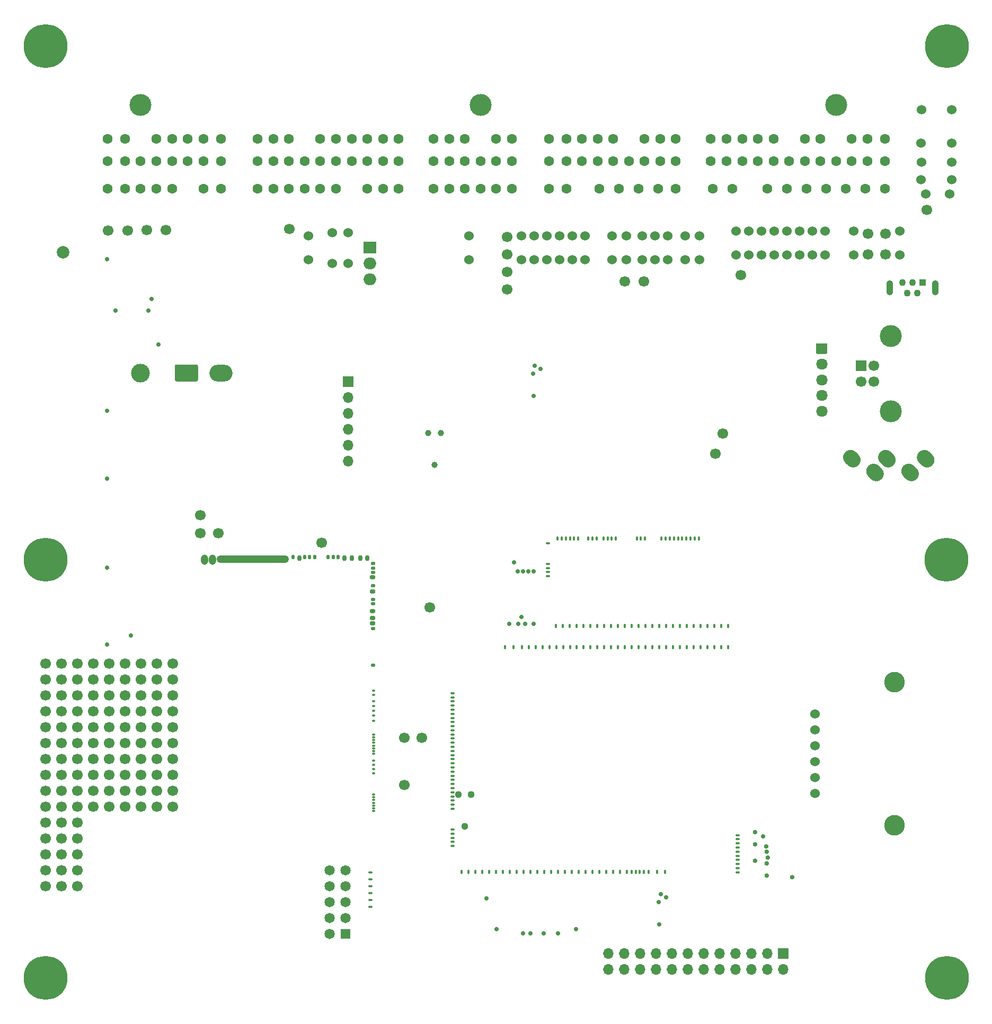
<source format=gbs>
G75*
G70*
%OFA0B0*%
%FSLAX25Y25*%
%IPPOS*%
%LPD*%
%AMOC8*
5,1,8,0,0,1.08239X$1,22.5*
%
%AMM174*
21,1,0.015350,0.009840,-0.000000,-0.000000,180.000000*
21,1,0.000000,0.025200,-0.000000,-0.000000,180.000000*
1,1,0.015350,-0.000000,0.004920*
1,1,0.015350,-0.000000,0.004920*
1,1,0.015350,-0.000000,-0.004920*
1,1,0.015350,-0.000000,-0.004920*
%
%AMM175*
21,1,0.015350,0.009840,-0.000000,-0.000000,270.000000*
21,1,0.000000,0.025200,-0.000000,-0.000000,270.000000*
1,1,0.015350,-0.004920,-0.000000*
1,1,0.015350,-0.004920,-0.000000*
1,1,0.015350,0.004920,-0.000000*
1,1,0.015350,0.004920,-0.000000*
%
%AMM260*
21,1,0.015350,0.009840,-0.000000,-0.000000,90.000000*
21,1,0.000000,0.025200,-0.000000,-0.000000,90.000000*
1,1,0.015350,0.004920,-0.000000*
1,1,0.015350,0.004920,-0.000000*
1,1,0.015350,-0.004920,-0.000000*
1,1,0.015350,-0.004920,-0.000000*
%
%AMM349*
21,1,0.015350,0.009840,-0.000000,0.000000,270.000000*
21,1,0.000000,0.025200,-0.000000,0.000000,270.000000*
1,1,0.015350,-0.004920,0.000000*
1,1,0.015350,-0.004920,0.000000*
1,1,0.015350,0.004920,0.000000*
1,1,0.015350,0.004920,0.000000*
%
%ADD100O,0.01575X0.00787*%
%ADD129O,0.04331X0.09449*%
%ADD133C,0.02362*%
%ADD137O,0.02913X0.02126*%
%ADD138C,0.13780*%
%ADD139O,0.04488X0.06457*%
%ADD164O,0.14567X0.10630*%
%ADD169O,0.03150X0.02362*%
%ADD174C,0.06299*%
%ADD176C,0.04331*%
%ADD195C,0.06693*%
%ADD196C,0.07874*%
%ADD198R,0.06693X0.06693*%
%ADD206C,0.11811*%
%ADD207O,0.03701X0.02913*%
%ADD219O,0.03937X0.05906*%
%ADD22O,0.44882X0.04331*%
%ADD226O,0.02913X0.03701*%
%ADD236C,0.13000*%
%ADD238O,0.45433X0.04882*%
%ADD255C,0.27559*%
%ADD257R,0.06457X0.06457*%
%ADD258R,0.04331X0.04331*%
%ADD267O,0.06693X0.06693*%
%ADD282O,0.07283X0.06693*%
%ADD300C,0.02913*%
%ADD304C,0.04451*%
%ADD31O,0.02126X0.02913*%
%ADD317O,0.01575X0.02362*%
%ADD325O,0.02362X0.03150*%
%ADD342O,0.02362X0.01575*%
%ADD361C,0.03900*%
%ADD393M174*%
%ADD394M175*%
%ADD487M260*%
%ADD591M349*%
%ADD637R,0.07874X0.07500*%
%ADD638O,0.07874X0.07500*%
%ADD71C,0.06457*%
%ADD81C,0.06000*%
%ADD95O,0.02126X0.01339*%
X0000000Y0000000D02*
%LPD*%
G01*
D133*
X0297120Y0070059D03*
X0303321Y0050748D03*
X0353337Y0050784D03*
X0319955Y0048110D03*
X0324581Y0048110D03*
X0333144Y0048110D03*
X0341904Y0048110D03*
D81*
X0589581Y0522068D03*
X0570290Y0522068D03*
X0461936Y0474568D03*
X0461936Y0489568D03*
X0556936Y0474568D03*
X0556936Y0489568D03*
D195*
X0245285Y0141379D03*
X0245285Y0170915D03*
D198*
X0209936Y0395068D03*
D267*
X0209936Y0385068D03*
X0209936Y0375068D03*
X0209936Y0365068D03*
X0209936Y0355068D03*
X0209936Y0345068D03*
D195*
X0172936Y0491068D03*
X0079567Y0177549D03*
X0079567Y0187549D03*
X0079567Y0197549D03*
X0079567Y0207549D03*
X0079567Y0217549D03*
X0089567Y0177549D03*
X0089567Y0187549D03*
X0089567Y0197549D03*
X0089567Y0207549D03*
X0089567Y0217549D03*
X0099567Y0177549D03*
X0099567Y0187549D03*
X0099567Y0197549D03*
X0099567Y0207549D03*
X0099567Y0217549D03*
D81*
X0485936Y0474568D03*
X0485936Y0489568D03*
D195*
X0309936Y0464068D03*
X0116936Y0311045D03*
X0049567Y0127549D03*
X0049567Y0137549D03*
X0049567Y0147549D03*
X0049567Y0157549D03*
X0049567Y0167549D03*
X0059567Y0127549D03*
X0059567Y0137549D03*
X0059567Y0147549D03*
X0059567Y0157549D03*
X0059567Y0167549D03*
X0069567Y0127549D03*
X0069567Y0137549D03*
X0069567Y0147549D03*
X0069567Y0157549D03*
X0069567Y0167549D03*
D219*
X0119744Y0282846D03*
X0124688Y0282846D03*
D22*
X0150059Y0283339D03*
D317*
X0175453Y0284520D03*
D325*
X0179291Y0284126D03*
D317*
X0182716Y0284520D03*
X0185591Y0284520D03*
X0189113Y0284520D03*
X0197283Y0284520D03*
X0200826Y0284520D03*
X0203622Y0284520D03*
D325*
X0207638Y0284126D03*
X0212264Y0284126D03*
X0217579Y0284126D03*
X0222205Y0284126D03*
D342*
X0225748Y0280464D03*
X0225748Y0277728D03*
X0225748Y0275050D03*
D169*
X0225374Y0271823D03*
D342*
X0225748Y0266684D03*
D169*
X0225374Y0262866D03*
D342*
X0225748Y0257846D03*
X0225748Y0255287D03*
D169*
X0225374Y0250563D03*
X0225374Y0246331D03*
X0225374Y0242886D03*
D342*
X0225748Y0239638D03*
X0225748Y0216606D03*
D100*
X0226161Y0200642D03*
X0226161Y0198043D03*
X0226161Y0193870D03*
X0226161Y0191098D03*
X0226161Y0187948D03*
X0226161Y0184799D03*
X0226161Y0181665D03*
X0226161Y0173024D03*
X0226161Y0171291D03*
X0226161Y0169559D03*
X0226161Y0167827D03*
X0226161Y0166095D03*
X0226161Y0164362D03*
X0226161Y0162630D03*
X0226161Y0160898D03*
X0226161Y0156469D03*
X0226161Y0153870D03*
X0226161Y0151272D03*
X0226161Y0148673D03*
X0226161Y0135268D03*
X0226161Y0133535D03*
X0226161Y0131803D03*
X0226161Y0130071D03*
X0226161Y0128339D03*
X0226161Y0126606D03*
X0226161Y0124874D03*
D81*
X0350936Y0471568D03*
X0350936Y0486568D03*
D195*
X0309936Y0453068D03*
D138*
X0516936Y0569116D03*
X0293314Y0569116D03*
X0079534Y0569116D03*
D174*
X0058668Y0547659D03*
X0069692Y0547659D03*
X0089377Y0547659D03*
X0099219Y0547659D03*
X0109062Y0547659D03*
X0118904Y0547659D03*
X0129928Y0547659D03*
X0153156Y0547659D03*
X0162999Y0547659D03*
X0172841Y0547659D03*
X0192526Y0547659D03*
X0202369Y0547659D03*
X0212211Y0547659D03*
X0222054Y0547659D03*
X0231896Y0547659D03*
X0241739Y0547659D03*
X0263786Y0547659D03*
X0273629Y0547659D03*
X0283471Y0547659D03*
X0303156Y0547659D03*
X0312999Y0547659D03*
X0336227Y0547659D03*
X0347251Y0547659D03*
X0357093Y0547659D03*
X0366936Y0547659D03*
X0376778Y0547659D03*
X0396463Y0547659D03*
X0406306Y0547659D03*
X0416148Y0547659D03*
X0438196Y0547659D03*
X0448038Y0547659D03*
X0457881Y0547659D03*
X0467723Y0547659D03*
X0477566Y0547659D03*
X0497251Y0547659D03*
X0507093Y0547659D03*
X0526778Y0547659D03*
X0536621Y0547659D03*
X0547644Y0547659D03*
X0058668Y0533486D03*
X0069692Y0533486D03*
X0079534Y0533486D03*
X0089377Y0533486D03*
X0099219Y0533486D03*
X0109062Y0533486D03*
X0118904Y0533486D03*
X0129928Y0533486D03*
X0153156Y0533486D03*
X0162999Y0533486D03*
X0172841Y0533486D03*
X0182684Y0533486D03*
X0192526Y0533486D03*
X0202369Y0533486D03*
X0212211Y0533486D03*
X0222054Y0533486D03*
X0231896Y0533486D03*
X0241739Y0533486D03*
X0263786Y0533486D03*
X0273629Y0533486D03*
X0283471Y0533486D03*
X0293314Y0533486D03*
X0303156Y0533486D03*
X0312999Y0533486D03*
X0336227Y0533486D03*
X0347251Y0533486D03*
X0357093Y0533486D03*
X0366936Y0533486D03*
X0376778Y0533486D03*
X0386621Y0533486D03*
X0396463Y0533486D03*
X0406306Y0533486D03*
X0416148Y0533486D03*
X0438196Y0533486D03*
X0448038Y0533486D03*
X0457881Y0533486D03*
X0467723Y0533486D03*
X0477566Y0533486D03*
X0487408Y0533486D03*
X0497251Y0533486D03*
X0507093Y0533486D03*
X0516936Y0533486D03*
X0526778Y0533486D03*
X0536621Y0533486D03*
X0547644Y0533486D03*
X0058668Y0516163D03*
X0069692Y0516163D03*
X0079534Y0516163D03*
X0089377Y0516163D03*
X0099219Y0516163D03*
X0118904Y0516163D03*
X0129928Y0516163D03*
X0153156Y0516163D03*
X0162999Y0516163D03*
X0172841Y0516163D03*
X0182684Y0516163D03*
X0192526Y0516163D03*
X0202369Y0516163D03*
X0222054Y0516163D03*
X0231896Y0516163D03*
X0241739Y0516163D03*
X0263786Y0516163D03*
X0273629Y0516163D03*
X0283471Y0516163D03*
X0293314Y0516163D03*
X0303156Y0516163D03*
X0312999Y0516163D03*
X0336227Y0516163D03*
X0347251Y0516163D03*
X0368156Y0516163D03*
X0380479Y0516163D03*
X0392802Y0516163D03*
X0405125Y0516163D03*
X0416148Y0516163D03*
X0439377Y0516163D03*
X0451700Y0516163D03*
X0473707Y0516163D03*
X0486030Y0516163D03*
X0498353Y0516163D03*
X0510676Y0516163D03*
X0522999Y0516163D03*
X0535322Y0516163D03*
X0547644Y0516163D03*
D195*
X0547936Y0488068D03*
X0395936Y0458068D03*
X0128353Y0299627D03*
D81*
X0527936Y0474568D03*
X0527936Y0489568D03*
X0184936Y0471568D03*
X0184936Y0486568D03*
D258*
X0571266Y0457403D03*
D176*
X0568117Y0450513D03*
X0564967Y0457403D03*
X0561818Y0450513D03*
X0558668Y0457403D03*
D129*
X0579337Y0453958D03*
X0550597Y0453958D03*
D81*
X0493936Y0474568D03*
X0493936Y0489568D03*
X0199936Y0488714D03*
X0199936Y0469423D03*
X0509936Y0474568D03*
X0509936Y0489568D03*
D198*
X0532743Y0404942D03*
D195*
X0532743Y0395100D03*
X0540617Y0395100D03*
X0540617Y0404942D03*
D138*
X0551286Y0376320D03*
X0551286Y0423722D03*
D195*
X0256349Y0170906D03*
D133*
X0327520Y0405113D03*
X0330965Y0403046D03*
X0326339Y0400093D03*
X0326635Y0386117D03*
D236*
X0553550Y0205867D03*
X0553550Y0115867D03*
D81*
X0503550Y0185867D03*
X0503550Y0175867D03*
X0503550Y0165867D03*
X0503550Y0155867D03*
X0503550Y0145867D03*
X0503550Y0135867D03*
X0402936Y0486568D03*
X0402936Y0471568D03*
D195*
X0019567Y0177549D03*
X0019567Y0187549D03*
X0019567Y0197549D03*
X0019567Y0207549D03*
X0019567Y0217549D03*
X0029567Y0177549D03*
X0029567Y0187549D03*
X0029567Y0197549D03*
X0029567Y0207549D03*
X0029567Y0217549D03*
X0039567Y0177549D03*
X0039567Y0187549D03*
X0039567Y0197549D03*
X0039567Y0207549D03*
X0039567Y0217549D03*
X0059054Y0490068D03*
D133*
X0406667Y0072652D03*
X0410112Y0070585D03*
X0405486Y0067632D03*
X0405782Y0053656D03*
D195*
X0116936Y0299627D03*
D206*
X0079534Y0400415D03*
G36*
G01*
X0114574Y0395100D02*
X0101975Y0395100D01*
G75*
G02*
X0100991Y0396084I0000000J0000984D01*
G01*
X0100991Y0404745D01*
G75*
G02*
X0101975Y0405730I0000984J0000000D01*
G01*
X0114574Y0405730D01*
G75*
G02*
X0115558Y0404745I0000000J-000984D01*
G01*
X0115558Y0396084D01*
G75*
G02*
X0114574Y0395100I-000984J0000000D01*
G01*
G37*
D164*
X0129928Y0400415D03*
D195*
X0573936Y0503068D03*
D81*
X0469936Y0474568D03*
X0469936Y0489568D03*
X0209936Y0488714D03*
X0209936Y0469423D03*
D255*
X0019685Y0020079D03*
G36*
G01*
X0223638Y0086788D02*
X0224622Y0086788D01*
G75*
G02*
X0225114Y0086296I0000000J-000492D01*
G01*
X0225114Y0086296D01*
G75*
G02*
X0224622Y0085804I-000492J0000000D01*
G01*
X0223638Y0085804D01*
G75*
G02*
X0223146Y0086296I0000000J0000492D01*
G01*
X0223146Y0086296D01*
G75*
G02*
X0223638Y0086788I0000492J0000000D01*
G01*
G37*
G36*
G01*
X0223638Y0082458D02*
X0224622Y0082458D01*
G75*
G02*
X0225114Y0081965I0000000J-000492D01*
G01*
X0225114Y0081965D01*
G75*
G02*
X0224622Y0081473I-000492J0000000D01*
G01*
X0223638Y0081473D01*
G75*
G02*
X0223146Y0081965I0000000J0000492D01*
G01*
X0223146Y0081965D01*
G75*
G02*
X0223638Y0082458I0000492J0000000D01*
G01*
G37*
G36*
G01*
X0223638Y0078127D02*
X0224622Y0078127D01*
G75*
G02*
X0225114Y0077635I0000000J-000492D01*
G01*
X0225114Y0077635D01*
G75*
G02*
X0224622Y0077143I-000492J0000000D01*
G01*
X0223638Y0077143D01*
G75*
G02*
X0223146Y0077635I0000000J0000492D01*
G01*
X0223146Y0077635D01*
G75*
G02*
X0223638Y0078127I0000492J0000000D01*
G01*
G37*
G36*
G01*
X0223638Y0073796D02*
X0224622Y0073796D01*
G75*
G02*
X0225114Y0073304I0000000J-000492D01*
G01*
X0225114Y0073304D01*
G75*
G02*
X0224622Y0072812I-000492J0000000D01*
G01*
X0223638Y0072812D01*
G75*
G02*
X0223146Y0073304I0000000J0000492D01*
G01*
X0223146Y0073304D01*
G75*
G02*
X0223638Y0073796I0000492J0000000D01*
G01*
G37*
G36*
G01*
X0223638Y0069465D02*
X0224622Y0069465D01*
G75*
G02*
X0225114Y0068973I0000000J-000492D01*
G01*
X0225114Y0068973D01*
G75*
G02*
X0224622Y0068481I-000492J0000000D01*
G01*
X0223638Y0068481D01*
G75*
G02*
X0223146Y0068973I0000000J0000492D01*
G01*
X0223146Y0068973D01*
G75*
G02*
X0223638Y0069465I0000492J0000000D01*
G01*
G37*
G36*
G01*
X0223638Y0065135D02*
X0224622Y0065135D01*
G75*
G02*
X0225114Y0064643I0000000J-000492D01*
G01*
X0225114Y0064643D01*
G75*
G02*
X0224622Y0064151I-000492J0000000D01*
G01*
X0223638Y0064151D01*
G75*
G02*
X0223146Y0064643I0000000J0000492D01*
G01*
X0223146Y0064643D01*
G75*
G02*
X0223638Y0065135I0000492J0000000D01*
G01*
G37*
D195*
X0309936Y0486068D03*
X0019567Y0077549D03*
X0019567Y0087549D03*
X0019567Y0097549D03*
X0019567Y0107549D03*
X0019567Y0117549D03*
X0029567Y0077549D03*
X0029567Y0087549D03*
X0029567Y0097549D03*
X0029567Y0107549D03*
X0029567Y0117549D03*
X0039567Y0077549D03*
X0039567Y0087549D03*
X0039567Y0097549D03*
X0039567Y0107549D03*
X0039567Y0117549D03*
G36*
G01*
X0335286Y0273039D02*
X0336270Y0273039D01*
G75*
G02*
X0336762Y0272547I0000000J-000492D01*
G01*
X0336762Y0272547D01*
G75*
G02*
X0336270Y0272054I-000492J0000000D01*
G01*
X0335286Y0272054D01*
G75*
G02*
X0334794Y0272547I0000000J0000492D01*
G01*
X0334794Y0272547D01*
G75*
G02*
X0335286Y0273039I0000492J0000000D01*
G01*
G37*
G36*
G01*
X0335286Y0275637D02*
X0336270Y0275637D01*
G75*
G02*
X0336762Y0275145I0000000J-000492D01*
G01*
X0336762Y0275145D01*
G75*
G02*
X0336270Y0274653I-000492J0000000D01*
G01*
X0335286Y0274653D01*
G75*
G02*
X0334794Y0275145I0000000J0000492D01*
G01*
X0334794Y0275145D01*
G75*
G02*
X0335286Y0275637I0000492J0000000D01*
G01*
G37*
G36*
G01*
X0335286Y0278236D02*
X0336270Y0278236D01*
G75*
G02*
X0336762Y0277743I0000000J-000492D01*
G01*
X0336762Y0277743D01*
G75*
G02*
X0336270Y0277251I-000492J0000000D01*
G01*
X0335286Y0277251D01*
G75*
G02*
X0334794Y0277743I0000000J0000492D01*
G01*
X0334794Y0277743D01*
G75*
G02*
X0335286Y0278236I0000492J0000000D01*
G01*
G37*
G36*
G01*
X0335286Y0280834D02*
X0336270Y0280834D01*
G75*
G02*
X0336762Y0280342I0000000J-000492D01*
G01*
X0336762Y0280342D01*
G75*
G02*
X0336270Y0279850I-000492J0000000D01*
G01*
X0335286Y0279850D01*
G75*
G02*
X0334794Y0280342I0000000J0000492D01*
G01*
X0334794Y0280342D01*
G75*
G02*
X0335286Y0280834I0000492J0000000D01*
G01*
G37*
G36*
G01*
X0335286Y0293826D02*
X0336270Y0293826D01*
G75*
G02*
X0336762Y0293334I0000000J-000492D01*
G01*
X0336762Y0293334D01*
G75*
G02*
X0336270Y0292842I-000492J0000000D01*
G01*
X0335286Y0292842D01*
G75*
G02*
X0334794Y0293334I0000000J0000492D01*
G01*
X0334794Y0293334D01*
G75*
G02*
X0335286Y0293826I0000492J0000000D01*
G01*
G37*
G36*
G01*
X0448554Y0240681D02*
X0448554Y0241665D01*
G75*
G02*
X0449046Y0242158I0000492J0000000D01*
G01*
X0449046Y0242158D01*
G75*
G02*
X0449538Y0241665I0000000J-000492D01*
G01*
X0449538Y0240681D01*
G75*
G02*
X0449046Y0240189I-000492J0000000D01*
G01*
X0449046Y0240189D01*
G75*
G02*
X0448554Y0240681I0000000J0000492D01*
G01*
G37*
G36*
G01*
X0445207Y0241665D02*
X0445207Y0240681D01*
G75*
G02*
X0444715Y0240189I-000492J0000000D01*
G01*
X0444715Y0240189D01*
G75*
G02*
X0444223Y0240681I0000000J0000492D01*
G01*
X0444223Y0241665D01*
G75*
G02*
X0444715Y0242158I0000492J0000000D01*
G01*
X0444715Y0242158D01*
G75*
G02*
X0445207Y0241665I0000000J-000492D01*
G01*
G37*
G36*
G01*
X0440877Y0241665D02*
X0440877Y0240681D01*
G75*
G02*
X0440384Y0240189I-000492J0000000D01*
G01*
X0440384Y0240189D01*
G75*
G02*
X0439892Y0240681I0000000J0000492D01*
G01*
X0439892Y0241665D01*
G75*
G02*
X0440384Y0242158I0000492J0000000D01*
G01*
X0440384Y0242158D01*
G75*
G02*
X0440877Y0241665I0000000J-000492D01*
G01*
G37*
G36*
G01*
X0436546Y0241665D02*
X0436546Y0240681D01*
G75*
G02*
X0436054Y0240189I-000492J0000000D01*
G01*
X0436054Y0240189D01*
G75*
G02*
X0435562Y0240681I0000000J0000492D01*
G01*
X0435562Y0241665D01*
G75*
G02*
X0436054Y0242158I0000492J0000000D01*
G01*
X0436054Y0242158D01*
G75*
G02*
X0436546Y0241665I0000000J-000492D01*
G01*
G37*
G36*
G01*
X0432215Y0241665D02*
X0432215Y0240681D01*
G75*
G02*
X0431723Y0240189I-000492J0000000D01*
G01*
X0431723Y0240189D01*
G75*
G02*
X0431231Y0240681I0000000J0000492D01*
G01*
X0431231Y0241665D01*
G75*
G02*
X0431723Y0242158I0000492J0000000D01*
G01*
X0431723Y0242158D01*
G75*
G02*
X0432215Y0241665I0000000J-000492D01*
G01*
G37*
G36*
G01*
X0427884Y0241665D02*
X0427884Y0240681D01*
G75*
G02*
X0427392Y0240189I-000492J0000000D01*
G01*
X0427392Y0240189D01*
G75*
G02*
X0426900Y0240681I0000000J0000492D01*
G01*
X0426900Y0241665D01*
G75*
G02*
X0427392Y0242158I0000492J0000000D01*
G01*
X0427392Y0242158D01*
G75*
G02*
X0427884Y0241665I0000000J-000492D01*
G01*
G37*
G36*
G01*
X0423554Y0241665D02*
X0423554Y0240681D01*
G75*
G02*
X0423062Y0240189I-000492J0000000D01*
G01*
X0423062Y0240189D01*
G75*
G02*
X0422569Y0240681I0000000J0000492D01*
G01*
X0422569Y0241665D01*
G75*
G02*
X0423062Y0242158I0000492J0000000D01*
G01*
X0423062Y0242158D01*
G75*
G02*
X0423554Y0241665I0000000J-000492D01*
G01*
G37*
G36*
G01*
X0419223Y0241665D02*
X0419223Y0240681D01*
G75*
G02*
X0418731Y0240189I-000492J0000000D01*
G01*
X0418731Y0240189D01*
G75*
G02*
X0418239Y0240681I0000000J0000492D01*
G01*
X0418239Y0241665D01*
G75*
G02*
X0418731Y0242158I0000492J0000000D01*
G01*
X0418731Y0242158D01*
G75*
G02*
X0419223Y0241665I0000000J-000492D01*
G01*
G37*
G36*
G01*
X0414892Y0241665D02*
X0414892Y0240681D01*
G75*
G02*
X0414400Y0240189I-000492J0000000D01*
G01*
X0414400Y0240189D01*
G75*
G02*
X0413908Y0240681I0000000J0000492D01*
G01*
X0413908Y0241665D01*
G75*
G02*
X0414400Y0242158I0000492J0000000D01*
G01*
X0414400Y0242158D01*
G75*
G02*
X0414892Y0241665I0000000J-000492D01*
G01*
G37*
G36*
G01*
X0410562Y0241665D02*
X0410562Y0240681D01*
G75*
G02*
X0410069Y0240189I-000492J0000000D01*
G01*
X0410069Y0240189D01*
G75*
G02*
X0409577Y0240681I0000000J0000492D01*
G01*
X0409577Y0241665D01*
G75*
G02*
X0410069Y0242158I0000492J0000000D01*
G01*
X0410069Y0242158D01*
G75*
G02*
X0410562Y0241665I0000000J-000492D01*
G01*
G37*
G36*
G01*
X0406231Y0241665D02*
X0406231Y0240681D01*
G75*
G02*
X0405739Y0240189I-000492J0000000D01*
G01*
X0405739Y0240189D01*
G75*
G02*
X0405247Y0240681I0000000J0000492D01*
G01*
X0405247Y0241665D01*
G75*
G02*
X0405739Y0242158I0000492J0000000D01*
G01*
X0405739Y0242158D01*
G75*
G02*
X0406231Y0241665I0000000J-000492D01*
G01*
G37*
G36*
G01*
X0401900Y0241665D02*
X0401900Y0240681D01*
G75*
G02*
X0401408Y0240189I-000492J0000000D01*
G01*
X0401408Y0240189D01*
G75*
G02*
X0400916Y0240681I0000000J0000492D01*
G01*
X0400916Y0241665D01*
G75*
G02*
X0401408Y0242158I0000492J0000000D01*
G01*
X0401408Y0242158D01*
G75*
G02*
X0401900Y0241665I0000000J-000492D01*
G01*
G37*
G36*
G01*
X0397570Y0241665D02*
X0397570Y0240681D01*
G75*
G02*
X0397077Y0240189I-000492J0000000D01*
G01*
X0397077Y0240189D01*
G75*
G02*
X0396585Y0240681I0000000J0000492D01*
G01*
X0396585Y0241665D01*
G75*
G02*
X0397077Y0242158I0000492J0000000D01*
G01*
X0397077Y0242158D01*
G75*
G02*
X0397570Y0241665I0000000J-000492D01*
G01*
G37*
G36*
G01*
X0393239Y0241665D02*
X0393239Y0240681D01*
G75*
G02*
X0392747Y0240189I-000492J0000000D01*
G01*
X0392747Y0240189D01*
G75*
G02*
X0392255Y0240681I0000000J0000492D01*
G01*
X0392255Y0241665D01*
G75*
G02*
X0392747Y0242158I0000492J0000000D01*
G01*
X0392747Y0242158D01*
G75*
G02*
X0393239Y0241665I0000000J-000492D01*
G01*
G37*
G36*
G01*
X0388908Y0241665D02*
X0388908Y0240681D01*
G75*
G02*
X0388416Y0240189I-000492J0000000D01*
G01*
X0388416Y0240189D01*
G75*
G02*
X0387924Y0240681I0000000J0000492D01*
G01*
X0387924Y0241665D01*
G75*
G02*
X0388416Y0242158I0000492J0000000D01*
G01*
X0388416Y0242158D01*
G75*
G02*
X0388908Y0241665I0000000J-000492D01*
G01*
G37*
G36*
G01*
X0384577Y0241665D02*
X0384577Y0240681D01*
G75*
G02*
X0384085Y0240189I-000492J0000000D01*
G01*
X0384085Y0240189D01*
G75*
G02*
X0383593Y0240681I0000000J0000492D01*
G01*
X0383593Y0241665D01*
G75*
G02*
X0384085Y0242158I0000492J0000000D01*
G01*
X0384085Y0242158D01*
G75*
G02*
X0384577Y0241665I0000000J-000492D01*
G01*
G37*
G36*
G01*
X0380247Y0241665D02*
X0380247Y0240681D01*
G75*
G02*
X0379755Y0240189I-000492J0000000D01*
G01*
X0379755Y0240189D01*
G75*
G02*
X0379262Y0240681I0000000J0000492D01*
G01*
X0379262Y0241665D01*
G75*
G02*
X0379755Y0242158I0000492J0000000D01*
G01*
X0379755Y0242158D01*
G75*
G02*
X0380247Y0241665I0000000J-000492D01*
G01*
G37*
G36*
G01*
X0375916Y0241665D02*
X0375916Y0240681D01*
G75*
G02*
X0375424Y0240189I-000492J0000000D01*
G01*
X0375424Y0240189D01*
G75*
G02*
X0374932Y0240681I0000000J0000492D01*
G01*
X0374932Y0241665D01*
G75*
G02*
X0375424Y0242158I0000492J0000000D01*
G01*
X0375424Y0242158D01*
G75*
G02*
X0375916Y0241665I0000000J-000492D01*
G01*
G37*
G36*
G01*
X0371585Y0241665D02*
X0371585Y0240681D01*
G75*
G02*
X0371093Y0240189I-000492J0000000D01*
G01*
X0371093Y0240189D01*
G75*
G02*
X0370601Y0240681I0000000J0000492D01*
G01*
X0370601Y0241665D01*
G75*
G02*
X0371093Y0242158I0000492J0000000D01*
G01*
X0371093Y0242158D01*
G75*
G02*
X0371585Y0241665I0000000J-000492D01*
G01*
G37*
G36*
G01*
X0367255Y0241665D02*
X0367255Y0240681D01*
G75*
G02*
X0366762Y0240189I-000492J0000000D01*
G01*
X0366762Y0240189D01*
G75*
G02*
X0366270Y0240681I0000000J0000492D01*
G01*
X0366270Y0241665D01*
G75*
G02*
X0366762Y0242158I0000492J0000000D01*
G01*
X0366762Y0242158D01*
G75*
G02*
X0367255Y0241665I0000000J-000492D01*
G01*
G37*
G36*
G01*
X0362924Y0241665D02*
X0362924Y0240681D01*
G75*
G02*
X0362432Y0240189I-000492J0000000D01*
G01*
X0362432Y0240189D01*
G75*
G02*
X0361940Y0240681I0000000J0000492D01*
G01*
X0361940Y0241665D01*
G75*
G02*
X0362432Y0242158I0000492J0000000D01*
G01*
X0362432Y0242158D01*
G75*
G02*
X0362924Y0241665I0000000J-000492D01*
G01*
G37*
G36*
G01*
X0358593Y0241665D02*
X0358593Y0240681D01*
G75*
G02*
X0358101Y0240189I-000492J0000000D01*
G01*
X0358101Y0240189D01*
G75*
G02*
X0357609Y0240681I0000000J0000492D01*
G01*
X0357609Y0241665D01*
G75*
G02*
X0358101Y0242158I0000492J0000000D01*
G01*
X0358101Y0242158D01*
G75*
G02*
X0358593Y0241665I0000000J-000492D01*
G01*
G37*
G36*
G01*
X0354263Y0241665D02*
X0354263Y0240681D01*
G75*
G02*
X0353770Y0240189I-000492J0000000D01*
G01*
X0353770Y0240189D01*
G75*
G02*
X0353278Y0240681I0000000J0000492D01*
G01*
X0353278Y0241665D01*
G75*
G02*
X0353770Y0242158I0000492J0000000D01*
G01*
X0353770Y0242158D01*
G75*
G02*
X0354263Y0241665I0000000J-000492D01*
G01*
G37*
G36*
G01*
X0349932Y0241665D02*
X0349932Y0240681D01*
G75*
G02*
X0349440Y0240189I-000492J0000000D01*
G01*
X0349440Y0240189D01*
G75*
G02*
X0348948Y0240681I0000000J0000492D01*
G01*
X0348948Y0241665D01*
G75*
G02*
X0349440Y0242158I0000492J0000000D01*
G01*
X0349440Y0242158D01*
G75*
G02*
X0349932Y0241665I0000000J-000492D01*
G01*
G37*
G36*
G01*
X0345601Y0241665D02*
X0345601Y0240681D01*
G75*
G02*
X0345109Y0240189I-000492J0000000D01*
G01*
X0345109Y0240189D01*
G75*
G02*
X0344617Y0240681I0000000J0000492D01*
G01*
X0344617Y0241665D01*
G75*
G02*
X0345109Y0242158I0000492J0000000D01*
G01*
X0345109Y0242158D01*
G75*
G02*
X0345601Y0241665I0000000J-000492D01*
G01*
G37*
G36*
G01*
X0341270Y0241665D02*
X0341270Y0240681D01*
G75*
G02*
X0340778Y0240189I-000492J0000000D01*
G01*
X0340778Y0240189D01*
G75*
G02*
X0340286Y0240681I0000000J0000492D01*
G01*
X0340286Y0241665D01*
G75*
G02*
X0340778Y0242158I0000492J0000000D01*
G01*
X0340778Y0242158D01*
G75*
G02*
X0341270Y0241665I0000000J-000492D01*
G01*
G37*
G36*
G01*
X0342258Y0296634D02*
X0342258Y0295650D01*
G75*
G02*
X0341766Y0295158I-000492J0000000D01*
G01*
X0341766Y0295158D01*
G75*
G02*
X0341274Y0295650I0000000J0000492D01*
G01*
X0341274Y0296634D01*
G75*
G02*
X0341766Y0297126I0000492J0000000D01*
G01*
X0341766Y0297126D01*
G75*
G02*
X0342258Y0296634I0000000J-000492D01*
G01*
G37*
G36*
G01*
X0344857Y0296634D02*
X0344857Y0295650D01*
G75*
G02*
X0344365Y0295158I-000492J0000000D01*
G01*
X0344365Y0295158D01*
G75*
G02*
X0343873Y0295650I0000000J0000492D01*
G01*
X0343873Y0296634D01*
G75*
G02*
X0344365Y0297126I0000492J0000000D01*
G01*
X0344365Y0297126D01*
G75*
G02*
X0344857Y0296634I0000000J-000492D01*
G01*
G37*
G36*
G01*
X0347455Y0296634D02*
X0347455Y0295650D01*
G75*
G02*
X0346963Y0295158I-000492J0000000D01*
G01*
X0346963Y0295158D01*
G75*
G02*
X0346471Y0295650I0000000J0000492D01*
G01*
X0346471Y0296634D01*
G75*
G02*
X0346963Y0297126I0000492J0000000D01*
G01*
X0346963Y0297126D01*
G75*
G02*
X0347455Y0296634I0000000J-000492D01*
G01*
G37*
G36*
G01*
X0350054Y0296634D02*
X0350054Y0295650D01*
G75*
G02*
X0349562Y0295158I-000492J0000000D01*
G01*
X0349562Y0295158D01*
G75*
G02*
X0349069Y0295650I0000000J0000492D01*
G01*
X0349069Y0296634D01*
G75*
G02*
X0349562Y0297126I0000492J0000000D01*
G01*
X0349562Y0297126D01*
G75*
G02*
X0350054Y0296634I0000000J-000492D01*
G01*
G37*
G36*
G01*
X0352652Y0296634D02*
X0352652Y0295650D01*
G75*
G02*
X0352160Y0295158I-000492J0000000D01*
G01*
X0352160Y0295158D01*
G75*
G02*
X0351668Y0295650I0000000J0000492D01*
G01*
X0351668Y0296634D01*
G75*
G02*
X0352160Y0297126I0000492J0000000D01*
G01*
X0352160Y0297126D01*
G75*
G02*
X0352652Y0296634I0000000J-000492D01*
G01*
G37*
G36*
G01*
X0355251Y0296634D02*
X0355251Y0295650D01*
G75*
G02*
X0354758Y0295158I-000492J0000000D01*
G01*
X0354758Y0295158D01*
G75*
G02*
X0354266Y0295650I0000000J0000492D01*
G01*
X0354266Y0296634D01*
G75*
G02*
X0354758Y0297126I0000492J0000000D01*
G01*
X0354758Y0297126D01*
G75*
G02*
X0355251Y0296634I0000000J-000492D01*
G01*
G37*
G36*
G01*
X0361554Y0296634D02*
X0361554Y0295650D01*
G75*
G02*
X0361062Y0295158I-000492J0000000D01*
G01*
X0361062Y0295158D01*
G75*
G02*
X0360569Y0295650I0000000J0000492D01*
G01*
X0360569Y0296634D01*
G75*
G02*
X0361062Y0297126I0000492J0000000D01*
G01*
X0361062Y0297126D01*
G75*
G02*
X0361554Y0296634I0000000J-000492D01*
G01*
G37*
G36*
G01*
X0364152Y0296634D02*
X0364152Y0295650D01*
G75*
G02*
X0363660Y0295158I-000492J0000000D01*
G01*
X0363660Y0295158D01*
G75*
G02*
X0363168Y0295650I0000000J0000492D01*
G01*
X0363168Y0296634D01*
G75*
G02*
X0363660Y0297126I0000492J0000000D01*
G01*
X0363660Y0297126D01*
G75*
G02*
X0364152Y0296634I0000000J-000492D01*
G01*
G37*
G36*
G01*
X0366751Y0296634D02*
X0366751Y0295650D01*
G75*
G02*
X0366258Y0295158I-000492J0000000D01*
G01*
X0366258Y0295158D01*
G75*
G02*
X0365766Y0295650I0000000J0000492D01*
G01*
X0365766Y0296634D01*
G75*
G02*
X0366258Y0297126I0000492J0000000D01*
G01*
X0366258Y0297126D01*
G75*
G02*
X0366751Y0296634I0000000J-000492D01*
G01*
G37*
G36*
G01*
X0371164Y0296634D02*
X0371164Y0295650D01*
G75*
G02*
X0370671Y0295158I-000492J0000000D01*
G01*
X0370671Y0295158D01*
G75*
G02*
X0370179Y0295650I0000000J0000492D01*
G01*
X0370179Y0296634D01*
G75*
G02*
X0370671Y0297126I0000492J0000000D01*
G01*
X0370671Y0297126D01*
G75*
G02*
X0371164Y0296634I0000000J-000492D01*
G01*
G37*
G36*
G01*
X0373762Y0296634D02*
X0373762Y0295650D01*
G75*
G02*
X0373270Y0295158I-000492J0000000D01*
G01*
X0373270Y0295158D01*
G75*
G02*
X0372778Y0295650I0000000J0000492D01*
G01*
X0372778Y0296634D01*
G75*
G02*
X0373270Y0297126I0000492J0000000D01*
G01*
X0373270Y0297126D01*
G75*
G02*
X0373762Y0296634I0000000J-000492D01*
G01*
G37*
G36*
G01*
X0376360Y0296634D02*
X0376360Y0295650D01*
G75*
G02*
X0375868Y0295158I-000492J0000000D01*
G01*
X0375868Y0295158D01*
G75*
G02*
X0375376Y0295650I0000000J0000492D01*
G01*
X0375376Y0296634D01*
G75*
G02*
X0375868Y0297126I0000492J0000000D01*
G01*
X0375868Y0297126D01*
G75*
G02*
X0376360Y0296634I0000000J-000492D01*
G01*
G37*
G36*
G01*
X0378959Y0296634D02*
X0378959Y0295650D01*
G75*
G02*
X0378467Y0295158I-000492J0000000D01*
G01*
X0378467Y0295158D01*
G75*
G02*
X0377975Y0295650I0000000J0000492D01*
G01*
X0377975Y0296634D01*
G75*
G02*
X0378467Y0297126I0000492J0000000D01*
G01*
X0378467Y0297126D01*
G75*
G02*
X0378959Y0296634I0000000J-000492D01*
G01*
G37*
G36*
G01*
X0392054Y0296634D02*
X0392054Y0295650D01*
G75*
G02*
X0391562Y0295158I-000492J0000000D01*
G01*
X0391562Y0295158D01*
G75*
G02*
X0391069Y0295650I0000000J0000492D01*
G01*
X0391069Y0296634D01*
G75*
G02*
X0391562Y0297126I0000492J0000000D01*
G01*
X0391562Y0297126D01*
G75*
G02*
X0392054Y0296634I0000000J-000492D01*
G01*
G37*
G36*
G01*
X0394652Y0296634D02*
X0394652Y0295650D01*
G75*
G02*
X0394160Y0295158I-000492J0000000D01*
G01*
X0394160Y0295158D01*
G75*
G02*
X0393668Y0295650I0000000J0000492D01*
G01*
X0393668Y0296634D01*
G75*
G02*
X0394160Y0297126I0000492J0000000D01*
G01*
X0394160Y0297126D01*
G75*
G02*
X0394652Y0296634I0000000J-000492D01*
G01*
G37*
G36*
G01*
X0397251Y0296634D02*
X0397251Y0295650D01*
G75*
G02*
X0396758Y0295158I-000492J0000000D01*
G01*
X0396758Y0295158D01*
G75*
G02*
X0396266Y0295650I0000000J0000492D01*
G01*
X0396266Y0296634D01*
G75*
G02*
X0396758Y0297126I0000492J0000000D01*
G01*
X0396758Y0297126D01*
G75*
G02*
X0397251Y0296634I0000000J-000492D01*
G01*
G37*
G36*
G01*
X0407668Y0296634D02*
X0407668Y0295650D01*
G75*
G02*
X0407176Y0295158I-000492J0000000D01*
G01*
X0407176Y0295158D01*
G75*
G02*
X0406684Y0295650I0000000J0000492D01*
G01*
X0406684Y0296634D01*
G75*
G02*
X0407176Y0297126I0000492J0000000D01*
G01*
X0407176Y0297126D01*
G75*
G02*
X0407668Y0296634I0000000J-000492D01*
G01*
G37*
G36*
G01*
X0410266Y0296634D02*
X0410266Y0295650D01*
G75*
G02*
X0409774Y0295158I-000492J0000000D01*
G01*
X0409774Y0295158D01*
G75*
G02*
X0409282Y0295650I0000000J0000492D01*
G01*
X0409282Y0296634D01*
G75*
G02*
X0409774Y0297126I0000492J0000000D01*
G01*
X0409774Y0297126D01*
G75*
G02*
X0410266Y0296634I0000000J-000492D01*
G01*
G37*
G36*
G01*
X0412865Y0296634D02*
X0412865Y0295650D01*
G75*
G02*
X0412373Y0295158I-000492J0000000D01*
G01*
X0412373Y0295158D01*
G75*
G02*
X0411880Y0295650I0000000J0000492D01*
G01*
X0411880Y0296634D01*
G75*
G02*
X0412373Y0297126I0000492J0000000D01*
G01*
X0412373Y0297126D01*
G75*
G02*
X0412865Y0296634I0000000J-000492D01*
G01*
G37*
G36*
G01*
X0415463Y0296634D02*
X0415463Y0295650D01*
G75*
G02*
X0414971Y0295158I-000492J0000000D01*
G01*
X0414971Y0295158D01*
G75*
G02*
X0414479Y0295650I0000000J0000492D01*
G01*
X0414479Y0296634D01*
G75*
G02*
X0414971Y0297126I0000492J0000000D01*
G01*
X0414971Y0297126D01*
G75*
G02*
X0415463Y0296634I0000000J-000492D01*
G01*
G37*
G36*
G01*
X0418062Y0296634D02*
X0418062Y0295650D01*
G75*
G02*
X0417569Y0295158I-000492J0000000D01*
G01*
X0417569Y0295158D01*
G75*
G02*
X0417077Y0295650I0000000J0000492D01*
G01*
X0417077Y0296634D01*
G75*
G02*
X0417569Y0297126I0000492J0000000D01*
G01*
X0417569Y0297126D01*
G75*
G02*
X0418062Y0296634I0000000J-000492D01*
G01*
G37*
G36*
G01*
X0420660Y0296634D02*
X0420660Y0295650D01*
G75*
G02*
X0420168Y0295158I-000492J0000000D01*
G01*
X0420168Y0295158D01*
G75*
G02*
X0419676Y0295650I0000000J0000492D01*
G01*
X0419676Y0296634D01*
G75*
G02*
X0420168Y0297126I0000492J0000000D01*
G01*
X0420168Y0297126D01*
G75*
G02*
X0420660Y0296634I0000000J-000492D01*
G01*
G37*
G36*
G01*
X0423258Y0296634D02*
X0423258Y0295650D01*
G75*
G02*
X0422766Y0295158I-000492J0000000D01*
G01*
X0422766Y0295158D01*
G75*
G02*
X0422274Y0295650I0000000J0000492D01*
G01*
X0422274Y0296634D01*
G75*
G02*
X0422766Y0297126I0000492J0000000D01*
G01*
X0422766Y0297126D01*
G75*
G02*
X0423258Y0296634I0000000J-000492D01*
G01*
G37*
G36*
G01*
X0425857Y0296634D02*
X0425857Y0295650D01*
G75*
G02*
X0425365Y0295158I-000492J0000000D01*
G01*
X0425365Y0295158D01*
G75*
G02*
X0424873Y0295650I0000000J0000492D01*
G01*
X0424873Y0296634D01*
G75*
G02*
X0425365Y0297126I0000492J0000000D01*
G01*
X0425365Y0297126D01*
G75*
G02*
X0425857Y0296634I0000000J-000492D01*
G01*
G37*
G36*
G01*
X0428455Y0296634D02*
X0428455Y0295650D01*
G75*
G02*
X0427963Y0295158I-000492J0000000D01*
G01*
X0427963Y0295158D01*
G75*
G02*
X0427471Y0295650I0000000J0000492D01*
G01*
X0427471Y0296634D01*
G75*
G02*
X0427963Y0297126I0000492J0000000D01*
G01*
X0427963Y0297126D01*
G75*
G02*
X0428455Y0296634I0000000J-000492D01*
G01*
G37*
G36*
G01*
X0431054Y0296634D02*
X0431054Y0295650D01*
G75*
G02*
X0430562Y0295158I-000492J0000000D01*
G01*
X0430562Y0295158D01*
G75*
G02*
X0430069Y0295650I0000000J0000492D01*
G01*
X0430069Y0296634D01*
G75*
G02*
X0430562Y0297126I0000492J0000000D01*
G01*
X0430562Y0297126D01*
G75*
G02*
X0431054Y0296634I0000000J-000492D01*
G01*
G37*
D81*
X0394936Y0471568D03*
X0394936Y0486568D03*
G36*
G01*
X0275360Y0103401D02*
X0276345Y0103401D01*
G75*
G02*
X0276837Y0102909I0000000J-000492D01*
G01*
X0276837Y0102909D01*
G75*
G02*
X0276345Y0102417I-000492J0000000D01*
G01*
X0275360Y0102417D01*
G75*
G02*
X0274868Y0102909I0000000J0000492D01*
G01*
X0274868Y0102909D01*
G75*
G02*
X0275360Y0103401I0000492J0000000D01*
G01*
G37*
G36*
G01*
X0276345Y0105015D02*
X0275360Y0105015D01*
G75*
G02*
X0274868Y0105507I0000000J0000492D01*
G01*
X0274868Y0105507D01*
G75*
G02*
X0275360Y0105999I0000492J0000000D01*
G01*
X0276345Y0105999D01*
G75*
G02*
X0276837Y0105507I0000000J-000492D01*
G01*
X0276837Y0105507D01*
G75*
G02*
X0276345Y0105015I-000492J0000000D01*
G01*
G37*
G36*
G01*
X0276345Y0107614D02*
X0275360Y0107614D01*
G75*
G02*
X0274868Y0108106I0000000J0000492D01*
G01*
X0274868Y0108106D01*
G75*
G02*
X0275360Y0108598I0000492J0000000D01*
G01*
X0276345Y0108598D01*
G75*
G02*
X0276837Y0108106I0000000J-000492D01*
G01*
X0276837Y0108106D01*
G75*
G02*
X0276345Y0107614I-000492J0000000D01*
G01*
G37*
G36*
G01*
X0276345Y0110212D02*
X0275360Y0110212D01*
G75*
G02*
X0274868Y0110704I0000000J0000492D01*
G01*
X0274868Y0110704D01*
G75*
G02*
X0275360Y0111196I0000492J0000000D01*
G01*
X0276345Y0111196D01*
G75*
G02*
X0276837Y0110704I0000000J-000492D01*
G01*
X0276837Y0110704D01*
G75*
G02*
X0276345Y0110212I-000492J0000000D01*
G01*
G37*
G36*
G01*
X0276345Y0112810D02*
X0275360Y0112810D01*
G75*
G02*
X0274868Y0113303I0000000J0000492D01*
G01*
X0274868Y0113303D01*
G75*
G02*
X0275360Y0113795I0000492J0000000D01*
G01*
X0276345Y0113795D01*
G75*
G02*
X0276837Y0113303I0000000J-000492D01*
G01*
X0276837Y0113303D01*
G75*
G02*
X0276345Y0112810I-000492J0000000D01*
G01*
G37*
G36*
G01*
X0276345Y0125803D02*
X0275360Y0125803D01*
G75*
G02*
X0274868Y0126295I0000000J0000492D01*
G01*
X0274868Y0126295D01*
G75*
G02*
X0275360Y0126787I0000492J0000000D01*
G01*
X0276345Y0126787D01*
G75*
G02*
X0276837Y0126295I0000000J-000492D01*
G01*
X0276837Y0126295D01*
G75*
G02*
X0276345Y0125803I-000492J0000000D01*
G01*
G37*
G36*
G01*
X0276345Y0128401D02*
X0275360Y0128401D01*
G75*
G02*
X0274868Y0128893I0000000J0000492D01*
G01*
X0274868Y0128893D01*
G75*
G02*
X0275360Y0129385I0000492J0000000D01*
G01*
X0276345Y0129385D01*
G75*
G02*
X0276837Y0128893I0000000J-000492D01*
G01*
X0276837Y0128893D01*
G75*
G02*
X0276345Y0128401I-000492J0000000D01*
G01*
G37*
G36*
G01*
X0276345Y0130999D02*
X0275360Y0130999D01*
G75*
G02*
X0274868Y0131492I0000000J0000492D01*
G01*
X0274868Y0131492D01*
G75*
G02*
X0275360Y0131984I0000492J0000000D01*
G01*
X0276345Y0131984D01*
G75*
G02*
X0276837Y0131492I0000000J-000492D01*
G01*
X0276837Y0131492D01*
G75*
G02*
X0276345Y0130999I-000492J0000000D01*
G01*
G37*
G36*
G01*
X0276345Y0133598D02*
X0275360Y0133598D01*
G75*
G02*
X0274868Y0134090I0000000J0000492D01*
G01*
X0274868Y0134090D01*
G75*
G02*
X0275360Y0134582I0000492J0000000D01*
G01*
X0276345Y0134582D01*
G75*
G02*
X0276837Y0134090I0000000J-000492D01*
G01*
X0276837Y0134090D01*
G75*
G02*
X0276345Y0133598I-000492J0000000D01*
G01*
G37*
G36*
G01*
X0276345Y0136196D02*
X0275360Y0136196D01*
G75*
G02*
X0274868Y0136688I0000000J0000492D01*
G01*
X0274868Y0136688D01*
G75*
G02*
X0275360Y0137181I0000492J0000000D01*
G01*
X0276345Y0137181D01*
G75*
G02*
X0276837Y0136688I0000000J-000492D01*
G01*
X0276837Y0136688D01*
G75*
G02*
X0276345Y0136196I-000492J0000000D01*
G01*
G37*
G36*
G01*
X0276345Y0138795D02*
X0275360Y0138795D01*
G75*
G02*
X0274868Y0139287I0000000J0000492D01*
G01*
X0274868Y0139287D01*
G75*
G02*
X0275360Y0139779I0000492J0000000D01*
G01*
X0276345Y0139779D01*
G75*
G02*
X0276837Y0139287I0000000J-000492D01*
G01*
X0276837Y0139287D01*
G75*
G02*
X0276345Y0138795I-000492J0000000D01*
G01*
G37*
G36*
G01*
X0276345Y0141393D02*
X0275360Y0141393D01*
G75*
G02*
X0274868Y0141885I0000000J0000492D01*
G01*
X0274868Y0141885D01*
G75*
G02*
X0275360Y0142377I0000492J0000000D01*
G01*
X0276345Y0142377D01*
G75*
G02*
X0276837Y0141885I0000000J-000492D01*
G01*
X0276837Y0141885D01*
G75*
G02*
X0276345Y0141393I-000492J0000000D01*
G01*
G37*
G36*
G01*
X0276345Y0143992D02*
X0275360Y0143992D01*
G75*
G02*
X0274868Y0144484I0000000J0000492D01*
G01*
X0274868Y0144484D01*
G75*
G02*
X0275360Y0144976I0000492J0000000D01*
G01*
X0276345Y0144976D01*
G75*
G02*
X0276837Y0144484I0000000J-000492D01*
G01*
X0276837Y0144484D01*
G75*
G02*
X0276345Y0143992I-000492J0000000D01*
G01*
G37*
G36*
G01*
X0276345Y0146590D02*
X0275360Y0146590D01*
G75*
G02*
X0274868Y0147082I0000000J0000492D01*
G01*
X0274868Y0147082D01*
G75*
G02*
X0275360Y0147574I0000492J0000000D01*
G01*
X0276345Y0147574D01*
G75*
G02*
X0276837Y0147082I0000000J-000492D01*
G01*
X0276837Y0147082D01*
G75*
G02*
X0276345Y0146590I-000492J0000000D01*
G01*
G37*
G36*
G01*
X0276345Y0149188D02*
X0275360Y0149188D01*
G75*
G02*
X0274868Y0149681I0000000J0000492D01*
G01*
X0274868Y0149681D01*
G75*
G02*
X0275360Y0150173I0000492J0000000D01*
G01*
X0276345Y0150173D01*
G75*
G02*
X0276837Y0149681I0000000J-000492D01*
G01*
X0276837Y0149681D01*
G75*
G02*
X0276345Y0149188I-000492J0000000D01*
G01*
G37*
G36*
G01*
X0276345Y0151787D02*
X0275360Y0151787D01*
G75*
G02*
X0274868Y0152279I0000000J0000492D01*
G01*
X0274868Y0152279D01*
G75*
G02*
X0275360Y0152771I0000492J0000000D01*
G01*
X0276345Y0152771D01*
G75*
G02*
X0276837Y0152279I0000000J-000492D01*
G01*
X0276837Y0152279D01*
G75*
G02*
X0276345Y0151787I-000492J0000000D01*
G01*
G37*
G36*
G01*
X0276345Y0154385D02*
X0275360Y0154385D01*
G75*
G02*
X0274868Y0154877I0000000J0000492D01*
G01*
X0274868Y0154877D01*
G75*
G02*
X0275360Y0155369I0000492J0000000D01*
G01*
X0276345Y0155369D01*
G75*
G02*
X0276837Y0154877I0000000J-000492D01*
G01*
X0276837Y0154877D01*
G75*
G02*
X0276345Y0154385I-000492J0000000D01*
G01*
G37*
G36*
G01*
X0276345Y0156984D02*
X0275360Y0156984D01*
G75*
G02*
X0274868Y0157476I0000000J0000492D01*
G01*
X0274868Y0157476D01*
G75*
G02*
X0275360Y0157968I0000492J0000000D01*
G01*
X0276345Y0157968D01*
G75*
G02*
X0276837Y0157476I0000000J-000492D01*
G01*
X0276837Y0157476D01*
G75*
G02*
X0276345Y0156984I-000492J0000000D01*
G01*
G37*
G36*
G01*
X0276345Y0159582D02*
X0275360Y0159582D01*
G75*
G02*
X0274868Y0160074I0000000J0000492D01*
G01*
X0274868Y0160074D01*
G75*
G02*
X0275360Y0160566I0000492J0000000D01*
G01*
X0276345Y0160566D01*
G75*
G02*
X0276837Y0160074I0000000J-000492D01*
G01*
X0276837Y0160074D01*
G75*
G02*
X0276345Y0159582I-000492J0000000D01*
G01*
G37*
G36*
G01*
X0276345Y0162181D02*
X0275360Y0162181D01*
G75*
G02*
X0274868Y0162673I0000000J0000492D01*
G01*
X0274868Y0162673D01*
G75*
G02*
X0275360Y0163165I0000492J0000000D01*
G01*
X0276345Y0163165D01*
G75*
G02*
X0276837Y0162673I0000000J-000492D01*
G01*
X0276837Y0162673D01*
G75*
G02*
X0276345Y0162181I-000492J0000000D01*
G01*
G37*
G36*
G01*
X0276345Y0164779D02*
X0275360Y0164779D01*
G75*
G02*
X0274868Y0165271I0000000J0000492D01*
G01*
X0274868Y0165271D01*
G75*
G02*
X0275360Y0165763I0000492J0000000D01*
G01*
X0276345Y0165763D01*
G75*
G02*
X0276837Y0165271I0000000J-000492D01*
G01*
X0276837Y0165271D01*
G75*
G02*
X0276345Y0164779I-000492J0000000D01*
G01*
G37*
G36*
G01*
X0276345Y0167377D02*
X0275360Y0167377D01*
G75*
G02*
X0274868Y0167869I0000000J0000492D01*
G01*
X0274868Y0167869D01*
G75*
G02*
X0275360Y0168362I0000492J0000000D01*
G01*
X0276345Y0168362D01*
G75*
G02*
X0276837Y0167869I0000000J-000492D01*
G01*
X0276837Y0167869D01*
G75*
G02*
X0276345Y0167377I-000492J0000000D01*
G01*
G37*
G36*
G01*
X0276345Y0169976D02*
X0275360Y0169976D01*
G75*
G02*
X0274868Y0170468I0000000J0000492D01*
G01*
X0274868Y0170468D01*
G75*
G02*
X0275360Y0170960I0000492J0000000D01*
G01*
X0276345Y0170960D01*
G75*
G02*
X0276837Y0170468I0000000J-000492D01*
G01*
X0276837Y0170468D01*
G75*
G02*
X0276345Y0169976I-000492J0000000D01*
G01*
G37*
G36*
G01*
X0276345Y0172574D02*
X0275360Y0172574D01*
G75*
G02*
X0274868Y0173066I0000000J0000492D01*
G01*
X0274868Y0173066D01*
G75*
G02*
X0275360Y0173558I0000492J0000000D01*
G01*
X0276345Y0173558D01*
G75*
G02*
X0276837Y0173066I0000000J-000492D01*
G01*
X0276837Y0173066D01*
G75*
G02*
X0276345Y0172574I-000492J0000000D01*
G01*
G37*
G36*
G01*
X0276345Y0175173D02*
X0275360Y0175173D01*
G75*
G02*
X0274868Y0175665I0000000J0000492D01*
G01*
X0274868Y0175665D01*
G75*
G02*
X0275360Y0176157I0000492J0000000D01*
G01*
X0276345Y0176157D01*
G75*
G02*
X0276837Y0175665I0000000J-000492D01*
G01*
X0276837Y0175665D01*
G75*
G02*
X0276345Y0175173I-000492J0000000D01*
G01*
G37*
G36*
G01*
X0276345Y0177771D02*
X0275360Y0177771D01*
G75*
G02*
X0274868Y0178263I0000000J0000492D01*
G01*
X0274868Y0178263D01*
G75*
G02*
X0275360Y0178755I0000492J0000000D01*
G01*
X0276345Y0178755D01*
G75*
G02*
X0276837Y0178263I0000000J-000492D01*
G01*
X0276837Y0178263D01*
G75*
G02*
X0276345Y0177771I-000492J0000000D01*
G01*
G37*
G36*
G01*
X0276345Y0180369D02*
X0275360Y0180369D01*
G75*
G02*
X0274868Y0180862I0000000J0000492D01*
G01*
X0274868Y0180862D01*
G75*
G02*
X0275360Y0181354I0000492J0000000D01*
G01*
X0276345Y0181354D01*
G75*
G02*
X0276837Y0180862I0000000J-000492D01*
G01*
X0276837Y0180862D01*
G75*
G02*
X0276345Y0180369I-000492J0000000D01*
G01*
G37*
G36*
G01*
X0276345Y0182968D02*
X0275360Y0182968D01*
G75*
G02*
X0274868Y0183460I0000000J0000492D01*
G01*
X0274868Y0183460D01*
G75*
G02*
X0275360Y0183952I0000492J0000000D01*
G01*
X0276345Y0183952D01*
G75*
G02*
X0276837Y0183460I0000000J-000492D01*
G01*
X0276837Y0183460D01*
G75*
G02*
X0276345Y0182968I-000492J0000000D01*
G01*
G37*
G36*
G01*
X0276345Y0185566D02*
X0275360Y0185566D01*
G75*
G02*
X0274868Y0186058I0000000J0000492D01*
G01*
X0274868Y0186058D01*
G75*
G02*
X0275360Y0186551I0000492J0000000D01*
G01*
X0276345Y0186551D01*
G75*
G02*
X0276837Y0186058I0000000J-000492D01*
G01*
X0276837Y0186058D01*
G75*
G02*
X0276345Y0185566I-000492J0000000D01*
G01*
G37*
G36*
G01*
X0276345Y0188165D02*
X0275360Y0188165D01*
G75*
G02*
X0274868Y0188657I0000000J0000492D01*
G01*
X0274868Y0188657D01*
G75*
G02*
X0275360Y0189149I0000492J0000000D01*
G01*
X0276345Y0189149D01*
G75*
G02*
X0276837Y0188657I0000000J-000492D01*
G01*
X0276837Y0188657D01*
G75*
G02*
X0276345Y0188165I-000492J0000000D01*
G01*
G37*
G36*
G01*
X0276345Y0190763D02*
X0275360Y0190763D01*
G75*
G02*
X0274868Y0191255I0000000J0000492D01*
G01*
X0274868Y0191255D01*
G75*
G02*
X0275360Y0191747I0000492J0000000D01*
G01*
X0276345Y0191747D01*
G75*
G02*
X0276837Y0191255I0000000J-000492D01*
G01*
X0276837Y0191255D01*
G75*
G02*
X0276345Y0190763I-000492J0000000D01*
G01*
G37*
G36*
G01*
X0276345Y0193362D02*
X0275360Y0193362D01*
G75*
G02*
X0274868Y0193854I0000000J0000492D01*
G01*
X0274868Y0193854D01*
G75*
G02*
X0275360Y0194346I0000492J0000000D01*
G01*
X0276345Y0194346D01*
G75*
G02*
X0276837Y0193854I0000000J-000492D01*
G01*
X0276837Y0193854D01*
G75*
G02*
X0276345Y0193362I-000492J0000000D01*
G01*
G37*
G36*
G01*
X0276345Y0195960D02*
X0275360Y0195960D01*
G75*
G02*
X0274868Y0196452I0000000J0000492D01*
G01*
X0274868Y0196452D01*
G75*
G02*
X0275360Y0196944I0000492J0000000D01*
G01*
X0276345Y0196944D01*
G75*
G02*
X0276837Y0196452I0000000J-000492D01*
G01*
X0276837Y0196452D01*
G75*
G02*
X0276345Y0195960I-000492J0000000D01*
G01*
G37*
G36*
G01*
X0276345Y0198558D02*
X0275360Y0198558D01*
G75*
G02*
X0274868Y0199051I0000000J0000492D01*
G01*
X0274868Y0199051D01*
G75*
G02*
X0275360Y0199543I0000492J0000000D01*
G01*
X0276345Y0199543D01*
G75*
G02*
X0276837Y0199051I0000000J-000492D01*
G01*
X0276837Y0199051D01*
G75*
G02*
X0276345Y0198558I-000492J0000000D01*
G01*
G37*
G36*
G01*
X0409010Y0086169D02*
X0409010Y0087153D01*
G75*
G02*
X0409502Y0087645I0000492J0000000D01*
G01*
X0409502Y0087645D01*
G75*
G02*
X0409994Y0087153I0000000J-000492D01*
G01*
X0409994Y0086169D01*
G75*
G02*
X0409502Y0085677I-000492J0000000D01*
G01*
X0409502Y0085677D01*
G75*
G02*
X0409010Y0086169I0000000J0000492D01*
G01*
G37*
G36*
G01*
X0404797Y0087153D02*
X0404797Y0086169D01*
G75*
G02*
X0404305Y0085677I-000492J0000000D01*
G01*
X0404305Y0085677D01*
G75*
G02*
X0403813Y0086169I0000000J0000492D01*
G01*
X0403813Y0087153D01*
G75*
G02*
X0404305Y0087645I0000492J0000000D01*
G01*
X0404305Y0087645D01*
G75*
G02*
X0404797Y0087153I0000000J-000492D01*
G01*
G37*
G36*
G01*
X0399601Y0087153D02*
X0399601Y0086169D01*
G75*
G02*
X0399108Y0085677I-000492J0000000D01*
G01*
X0399108Y0085677D01*
G75*
G02*
X0398616Y0086169I0000000J0000492D01*
G01*
X0398616Y0087153D01*
G75*
G02*
X0399108Y0087645I0000492J0000000D01*
G01*
X0399108Y0087645D01*
G75*
G02*
X0399601Y0087153I0000000J-000492D01*
G01*
G37*
G36*
G01*
X0396608Y0087153D02*
X0396608Y0086169D01*
G75*
G02*
X0396116Y0085677I-000492J0000000D01*
G01*
X0396116Y0085677D01*
G75*
G02*
X0395624Y0086169I0000000J0000492D01*
G01*
X0395624Y0087153D01*
G75*
G02*
X0396116Y0087645I0000492J0000000D01*
G01*
X0396116Y0087645D01*
G75*
G02*
X0396608Y0087153I0000000J-000492D01*
G01*
G37*
G36*
G01*
X0393990Y0087153D02*
X0393990Y0086169D01*
G75*
G02*
X0393498Y0085677I-000492J0000000D01*
G01*
X0393498Y0085677D01*
G75*
G02*
X0393006Y0086169I0000000J0000492D01*
G01*
X0393006Y0087153D01*
G75*
G02*
X0393498Y0087645I0000492J0000000D01*
G01*
X0393498Y0087645D01*
G75*
G02*
X0393990Y0087153I0000000J-000492D01*
G01*
G37*
G36*
G01*
X0391372Y0087153D02*
X0391372Y0086169D01*
G75*
G02*
X0390880Y0085677I-000492J0000000D01*
G01*
X0390880Y0085677D01*
G75*
G02*
X0390388Y0086169I0000000J0000492D01*
G01*
X0390388Y0087153D01*
G75*
G02*
X0390880Y0087645I0000492J0000000D01*
G01*
X0390880Y0087645D01*
G75*
G02*
X0391372Y0087153I0000000J-000492D01*
G01*
G37*
G36*
G01*
X0388754Y0087153D02*
X0388754Y0086169D01*
G75*
G02*
X0388262Y0085677I-000492J0000000D01*
G01*
X0388262Y0085677D01*
G75*
G02*
X0387770Y0086169I0000000J0000492D01*
G01*
X0387770Y0087153D01*
G75*
G02*
X0388262Y0087645I0000492J0000000D01*
G01*
X0388262Y0087645D01*
G75*
G02*
X0388754Y0087153I0000000J-000492D01*
G01*
G37*
G36*
G01*
X0385703Y0087153D02*
X0385703Y0086169D01*
G75*
G02*
X0385211Y0085677I-000492J0000000D01*
G01*
X0385211Y0085677D01*
G75*
G02*
X0384719Y0086169I0000000J0000492D01*
G01*
X0384719Y0087153D01*
G75*
G02*
X0385211Y0087645I0000492J0000000D01*
G01*
X0385211Y0087645D01*
G75*
G02*
X0385703Y0087153I0000000J-000492D01*
G01*
G37*
G36*
G01*
X0381372Y0087153D02*
X0381372Y0086169D01*
G75*
G02*
X0380880Y0085677I-000492J0000000D01*
G01*
X0380880Y0085677D01*
G75*
G02*
X0380388Y0086169I0000000J0000492D01*
G01*
X0380388Y0087153D01*
G75*
G02*
X0380880Y0087645I0000492J0000000D01*
G01*
X0380880Y0087645D01*
G75*
G02*
X0381372Y0087153I0000000J-000492D01*
G01*
G37*
G36*
G01*
X0377042Y0087153D02*
X0377042Y0086169D01*
G75*
G02*
X0376549Y0085677I-000492J0000000D01*
G01*
X0376549Y0085677D01*
G75*
G02*
X0376057Y0086169I0000000J0000492D01*
G01*
X0376057Y0087153D01*
G75*
G02*
X0376549Y0087645I0000492J0000000D01*
G01*
X0376549Y0087645D01*
G75*
G02*
X0377042Y0087153I0000000J-000492D01*
G01*
G37*
G36*
G01*
X0372711Y0087153D02*
X0372711Y0086169D01*
G75*
G02*
X0372219Y0085677I-000492J0000000D01*
G01*
X0372219Y0085677D01*
G75*
G02*
X0371727Y0086169I0000000J0000492D01*
G01*
X0371727Y0087153D01*
G75*
G02*
X0372219Y0087645I0000492J0000000D01*
G01*
X0372219Y0087645D01*
G75*
G02*
X0372711Y0087153I0000000J-000492D01*
G01*
G37*
G36*
G01*
X0368380Y0087153D02*
X0368380Y0086169D01*
G75*
G02*
X0367888Y0085677I-000492J0000000D01*
G01*
X0367888Y0085677D01*
G75*
G02*
X0367396Y0086169I0000000J0000492D01*
G01*
X0367396Y0087153D01*
G75*
G02*
X0367888Y0087645I0000492J0000000D01*
G01*
X0367888Y0087645D01*
G75*
G02*
X0368380Y0087153I0000000J-000492D01*
G01*
G37*
G36*
G01*
X0364049Y0087153D02*
X0364049Y0086169D01*
G75*
G02*
X0363557Y0085677I-000492J0000000D01*
G01*
X0363557Y0085677D01*
G75*
G02*
X0363065Y0086169I0000000J0000492D01*
G01*
X0363065Y0087153D01*
G75*
G02*
X0363557Y0087645I0000492J0000000D01*
G01*
X0363557Y0087645D01*
G75*
G02*
X0364049Y0087153I0000000J-000492D01*
G01*
G37*
G36*
G01*
X0359719Y0087153D02*
X0359719Y0086169D01*
G75*
G02*
X0359227Y0085677I-000492J0000000D01*
G01*
X0359227Y0085677D01*
G75*
G02*
X0358734Y0086169I0000000J0000492D01*
G01*
X0358734Y0087153D01*
G75*
G02*
X0359227Y0087645I0000492J0000000D01*
G01*
X0359227Y0087645D01*
G75*
G02*
X0359719Y0087153I0000000J-000492D01*
G01*
G37*
G36*
G01*
X0355388Y0087153D02*
X0355388Y0086169D01*
G75*
G02*
X0354896Y0085677I-000492J0000000D01*
G01*
X0354896Y0085677D01*
G75*
G02*
X0354404Y0086169I0000000J0000492D01*
G01*
X0354404Y0087153D01*
G75*
G02*
X0354896Y0087645I0000492J0000000D01*
G01*
X0354896Y0087645D01*
G75*
G02*
X0355388Y0087153I0000000J-000492D01*
G01*
G37*
G36*
G01*
X0351057Y0087153D02*
X0351057Y0086169D01*
G75*
G02*
X0350565Y0085677I-000492J0000000D01*
G01*
X0350565Y0085677D01*
G75*
G02*
X0350073Y0086169I0000000J0000492D01*
G01*
X0350073Y0087153D01*
G75*
G02*
X0350565Y0087645I0000492J0000000D01*
G01*
X0350565Y0087645D01*
G75*
G02*
X0351057Y0087153I0000000J-000492D01*
G01*
G37*
G36*
G01*
X0346727Y0087153D02*
X0346727Y0086169D01*
G75*
G02*
X0346235Y0085677I-000492J0000000D01*
G01*
X0346235Y0085677D01*
G75*
G02*
X0345742Y0086169I0000000J0000492D01*
G01*
X0345742Y0087153D01*
G75*
G02*
X0346235Y0087645I0000492J0000000D01*
G01*
X0346235Y0087645D01*
G75*
G02*
X0346727Y0087153I0000000J-000492D01*
G01*
G37*
G36*
G01*
X0342396Y0087153D02*
X0342396Y0086169D01*
G75*
G02*
X0341904Y0085677I-000492J0000000D01*
G01*
X0341904Y0085677D01*
G75*
G02*
X0341412Y0086169I0000000J0000492D01*
G01*
X0341412Y0087153D01*
G75*
G02*
X0341904Y0087645I0000492J0000000D01*
G01*
X0341904Y0087645D01*
G75*
G02*
X0342396Y0087153I0000000J-000492D01*
G01*
G37*
G36*
G01*
X0338065Y0087153D02*
X0338065Y0086169D01*
G75*
G02*
X0337573Y0085677I-000492J0000000D01*
G01*
X0337573Y0085677D01*
G75*
G02*
X0337081Y0086169I0000000J0000492D01*
G01*
X0337081Y0087153D01*
G75*
G02*
X0337573Y0087645I0000492J0000000D01*
G01*
X0337573Y0087645D01*
G75*
G02*
X0338065Y0087153I0000000J-000492D01*
G01*
G37*
G36*
G01*
X0333735Y0087153D02*
X0333735Y0086169D01*
G75*
G02*
X0333242Y0085677I-000492J0000000D01*
G01*
X0333242Y0085677D01*
G75*
G02*
X0332750Y0086169I0000000J0000492D01*
G01*
X0332750Y0087153D01*
G75*
G02*
X0333242Y0087645I0000492J0000000D01*
G01*
X0333242Y0087645D01*
G75*
G02*
X0333735Y0087153I0000000J-000492D01*
G01*
G37*
G36*
G01*
X0329404Y0087153D02*
X0329404Y0086169D01*
G75*
G02*
X0328912Y0085677I-000492J0000000D01*
G01*
X0328912Y0085677D01*
G75*
G02*
X0328420Y0086169I0000000J0000492D01*
G01*
X0328420Y0087153D01*
G75*
G02*
X0328912Y0087645I0000492J0000000D01*
G01*
X0328912Y0087645D01*
G75*
G02*
X0329404Y0087153I0000000J-000492D01*
G01*
G37*
G36*
G01*
X0325073Y0087153D02*
X0325073Y0086169D01*
G75*
G02*
X0324581Y0085677I-000492J0000000D01*
G01*
X0324581Y0085677D01*
G75*
G02*
X0324089Y0086169I0000000J0000492D01*
G01*
X0324089Y0087153D01*
G75*
G02*
X0324581Y0087645I0000492J0000000D01*
G01*
X0324581Y0087645D01*
G75*
G02*
X0325073Y0087153I0000000J-000492D01*
G01*
G37*
G36*
G01*
X0320742Y0087153D02*
X0320742Y0086169D01*
G75*
G02*
X0320250Y0085677I-000492J0000000D01*
G01*
X0320250Y0085677D01*
G75*
G02*
X0319758Y0086169I0000000J0000492D01*
G01*
X0319758Y0087153D01*
G75*
G02*
X0320250Y0087645I0000492J0000000D01*
G01*
X0320250Y0087645D01*
G75*
G02*
X0320742Y0087153I0000000J-000492D01*
G01*
G37*
G36*
G01*
X0316412Y0087153D02*
X0316412Y0086169D01*
G75*
G02*
X0315920Y0085677I-000492J0000000D01*
G01*
X0315920Y0085677D01*
G75*
G02*
X0315427Y0086169I0000000J0000492D01*
G01*
X0315427Y0087153D01*
G75*
G02*
X0315920Y0087645I0000492J0000000D01*
G01*
X0315920Y0087645D01*
G75*
G02*
X0316412Y0087153I0000000J-000492D01*
G01*
G37*
G36*
G01*
X0312081Y0087153D02*
X0312081Y0086169D01*
G75*
G02*
X0311589Y0085677I-000492J0000000D01*
G01*
X0311589Y0085677D01*
G75*
G02*
X0311097Y0086169I0000000J0000492D01*
G01*
X0311097Y0087153D01*
G75*
G02*
X0311589Y0087645I0000492J0000000D01*
G01*
X0311589Y0087645D01*
G75*
G02*
X0312081Y0087153I0000000J-000492D01*
G01*
G37*
G36*
G01*
X0307750Y0087153D02*
X0307750Y0086169D01*
G75*
G02*
X0307258Y0085677I-000492J0000000D01*
G01*
X0307258Y0085677D01*
G75*
G02*
X0306766Y0086169I0000000J0000492D01*
G01*
X0306766Y0087153D01*
G75*
G02*
X0307258Y0087645I0000492J0000000D01*
G01*
X0307258Y0087645D01*
G75*
G02*
X0307750Y0087153I0000000J-000492D01*
G01*
G37*
G36*
G01*
X0303420Y0087153D02*
X0303420Y0086169D01*
G75*
G02*
X0302928Y0085677I-000492J0000000D01*
G01*
X0302928Y0085677D01*
G75*
G02*
X0302435Y0086169I0000000J0000492D01*
G01*
X0302435Y0087153D01*
G75*
G02*
X0302928Y0087645I0000492J0000000D01*
G01*
X0302928Y0087645D01*
G75*
G02*
X0303420Y0087153I0000000J-000492D01*
G01*
G37*
G36*
G01*
X0299089Y0087153D02*
X0299089Y0086169D01*
G75*
G02*
X0298597Y0085677I-000492J0000000D01*
G01*
X0298597Y0085677D01*
G75*
G02*
X0298105Y0086169I0000000J0000492D01*
G01*
X0298105Y0087153D01*
G75*
G02*
X0298597Y0087645I0000492J0000000D01*
G01*
X0298597Y0087645D01*
G75*
G02*
X0299089Y0087153I0000000J-000492D01*
G01*
G37*
G36*
G01*
X0294758Y0087153D02*
X0294758Y0086169D01*
G75*
G02*
X0294266Y0085677I-000492J0000000D01*
G01*
X0294266Y0085677D01*
G75*
G02*
X0293774Y0086169I0000000J0000492D01*
G01*
X0293774Y0087153D01*
G75*
G02*
X0294266Y0087645I0000492J0000000D01*
G01*
X0294266Y0087645D01*
G75*
G02*
X0294758Y0087153I0000000J-000492D01*
G01*
G37*
G36*
G01*
X0290428Y0087153D02*
X0290428Y0086169D01*
G75*
G02*
X0289935Y0085677I-000492J0000000D01*
G01*
X0289935Y0085677D01*
G75*
G02*
X0289443Y0086169I0000000J0000492D01*
G01*
X0289443Y0087153D01*
G75*
G02*
X0289935Y0087645I0000492J0000000D01*
G01*
X0289935Y0087645D01*
G75*
G02*
X0290428Y0087153I0000000J-000492D01*
G01*
G37*
G36*
G01*
X0286097Y0087153D02*
X0286097Y0086169D01*
G75*
G02*
X0285605Y0085677I-000492J0000000D01*
G01*
X0285605Y0085677D01*
G75*
G02*
X0285113Y0086169I0000000J0000492D01*
G01*
X0285113Y0087153D01*
G75*
G02*
X0285605Y0087645I0000492J0000000D01*
G01*
X0285605Y0087645D01*
G75*
G02*
X0286097Y0087153I0000000J-000492D01*
G01*
G37*
G36*
G01*
X0281766Y0087153D02*
X0281766Y0086169D01*
G75*
G02*
X0281274Y0085677I-000492J0000000D01*
G01*
X0281274Y0085677D01*
G75*
G02*
X0280782Y0086169I0000000J0000492D01*
G01*
X0280782Y0087153D01*
G75*
G02*
X0281274Y0087645I0000492J0000000D01*
G01*
X0281274Y0087645D01*
G75*
G02*
X0281766Y0087153I0000000J-000492D01*
G01*
G37*
G36*
G01*
X0309325Y0228606D02*
X0309325Y0227621D01*
G75*
G02*
X0308833Y0227129I-000492J0000000D01*
G01*
X0308833Y0227129D01*
G75*
G02*
X0308341Y0227621I0000000J0000492D01*
G01*
X0308341Y0228606D01*
G75*
G02*
X0308833Y0229098I0000492J0000000D01*
G01*
X0308833Y0229098D01*
G75*
G02*
X0309325Y0228606I0000000J-000492D01*
G01*
G37*
G36*
G01*
X0313538Y0227621D02*
X0313538Y0228606D01*
G75*
G02*
X0314030Y0229098I0000492J0000000D01*
G01*
X0314030Y0229098D01*
G75*
G02*
X0314522Y0228606I0000000J-000492D01*
G01*
X0314522Y0227621D01*
G75*
G02*
X0314030Y0227129I-000492J0000000D01*
G01*
X0314030Y0227129D01*
G75*
G02*
X0313538Y0227621I0000000J0000492D01*
G01*
G37*
G36*
G01*
X0318734Y0227621D02*
X0318734Y0228606D01*
G75*
G02*
X0319227Y0229098I0000492J0000000D01*
G01*
X0319227Y0229098D01*
G75*
G02*
X0319719Y0228606I0000000J-000492D01*
G01*
X0319719Y0227621D01*
G75*
G02*
X0319227Y0227129I-000492J0000000D01*
G01*
X0319227Y0227129D01*
G75*
G02*
X0318734Y0227621I0000000J0000492D01*
G01*
G37*
G36*
G01*
X0323065Y0227621D02*
X0323065Y0228606D01*
G75*
G02*
X0323557Y0229098I0000492J0000000D01*
G01*
X0323557Y0229098D01*
G75*
G02*
X0324049Y0228606I0000000J-000492D01*
G01*
X0324049Y0227621D01*
G75*
G02*
X0323557Y0227129I-000492J0000000D01*
G01*
X0323557Y0227129D01*
G75*
G02*
X0323065Y0227621I0000000J0000492D01*
G01*
G37*
G36*
G01*
X0327396Y0227621D02*
X0327396Y0228606D01*
G75*
G02*
X0327888Y0229098I0000492J0000000D01*
G01*
X0327888Y0229098D01*
G75*
G02*
X0328380Y0228606I0000000J-000492D01*
G01*
X0328380Y0227621D01*
G75*
G02*
X0327888Y0227129I-000492J0000000D01*
G01*
X0327888Y0227129D01*
G75*
G02*
X0327396Y0227621I0000000J0000492D01*
G01*
G37*
G36*
G01*
X0331727Y0227621D02*
X0331727Y0228606D01*
G75*
G02*
X0332219Y0229098I0000492J0000000D01*
G01*
X0332219Y0229098D01*
G75*
G02*
X0332711Y0228606I0000000J-000492D01*
G01*
X0332711Y0227621D01*
G75*
G02*
X0332219Y0227129I-000492J0000000D01*
G01*
X0332219Y0227129D01*
G75*
G02*
X0331727Y0227621I0000000J0000492D01*
G01*
G37*
G36*
G01*
X0336057Y0227621D02*
X0336057Y0228606D01*
G75*
G02*
X0336549Y0229098I0000492J0000000D01*
G01*
X0336549Y0229098D01*
G75*
G02*
X0337041Y0228606I0000000J-000492D01*
G01*
X0337041Y0227621D01*
G75*
G02*
X0336549Y0227129I-000492J0000000D01*
G01*
X0336549Y0227129D01*
G75*
G02*
X0336057Y0227621I0000000J0000492D01*
G01*
G37*
G36*
G01*
X0340388Y0227621D02*
X0340388Y0228606D01*
G75*
G02*
X0340880Y0229098I0000492J0000000D01*
G01*
X0340880Y0229098D01*
G75*
G02*
X0341372Y0228606I0000000J-000492D01*
G01*
X0341372Y0227621D01*
G75*
G02*
X0340880Y0227129I-000492J0000000D01*
G01*
X0340880Y0227129D01*
G75*
G02*
X0340388Y0227621I0000000J0000492D01*
G01*
G37*
G36*
G01*
X0344719Y0227621D02*
X0344719Y0228606D01*
G75*
G02*
X0345211Y0229098I0000492J0000000D01*
G01*
X0345211Y0229098D01*
G75*
G02*
X0345703Y0228606I0000000J-000492D01*
G01*
X0345703Y0227621D01*
G75*
G02*
X0345211Y0227129I-000492J0000000D01*
G01*
X0345211Y0227129D01*
G75*
G02*
X0344719Y0227621I0000000J0000492D01*
G01*
G37*
G36*
G01*
X0349049Y0227621D02*
X0349049Y0228606D01*
G75*
G02*
X0349541Y0229098I0000492J0000000D01*
G01*
X0349541Y0229098D01*
G75*
G02*
X0350034Y0228606I0000000J-000492D01*
G01*
X0350034Y0227621D01*
G75*
G02*
X0349541Y0227129I-000492J0000000D01*
G01*
X0349541Y0227129D01*
G75*
G02*
X0349049Y0227621I0000000J0000492D01*
G01*
G37*
G36*
G01*
X0353380Y0227621D02*
X0353380Y0228606D01*
G75*
G02*
X0353872Y0229098I0000492J0000000D01*
G01*
X0353872Y0229098D01*
G75*
G02*
X0354364Y0228606I0000000J-000492D01*
G01*
X0354364Y0227621D01*
G75*
G02*
X0353872Y0227129I-000492J0000000D01*
G01*
X0353872Y0227129D01*
G75*
G02*
X0353380Y0227621I0000000J0000492D01*
G01*
G37*
G36*
G01*
X0357711Y0227621D02*
X0357711Y0228606D01*
G75*
G02*
X0358203Y0229098I0000492J0000000D01*
G01*
X0358203Y0229098D01*
G75*
G02*
X0358695Y0228606I0000000J-000492D01*
G01*
X0358695Y0227621D01*
G75*
G02*
X0358203Y0227129I-000492J0000000D01*
G01*
X0358203Y0227129D01*
G75*
G02*
X0357711Y0227621I0000000J0000492D01*
G01*
G37*
G36*
G01*
X0362041Y0227621D02*
X0362041Y0228606D01*
G75*
G02*
X0362534Y0229098I0000492J0000000D01*
G01*
X0362534Y0229098D01*
G75*
G02*
X0363026Y0228606I0000000J-000492D01*
G01*
X0363026Y0227621D01*
G75*
G02*
X0362534Y0227129I-000492J0000000D01*
G01*
X0362534Y0227129D01*
G75*
G02*
X0362041Y0227621I0000000J0000492D01*
G01*
G37*
G36*
G01*
X0366372Y0227621D02*
X0366372Y0228606D01*
G75*
G02*
X0366864Y0229098I0000492J0000000D01*
G01*
X0366864Y0229098D01*
G75*
G02*
X0367356Y0228606I0000000J-000492D01*
G01*
X0367356Y0227621D01*
G75*
G02*
X0366864Y0227129I-000492J0000000D01*
G01*
X0366864Y0227129D01*
G75*
G02*
X0366372Y0227621I0000000J0000492D01*
G01*
G37*
G36*
G01*
X0370703Y0227621D02*
X0370703Y0228606D01*
G75*
G02*
X0371195Y0229098I0000492J0000000D01*
G01*
X0371195Y0229098D01*
G75*
G02*
X0371687Y0228606I0000000J-000492D01*
G01*
X0371687Y0227621D01*
G75*
G02*
X0371195Y0227129I-000492J0000000D01*
G01*
X0371195Y0227129D01*
G75*
G02*
X0370703Y0227621I0000000J0000492D01*
G01*
G37*
G36*
G01*
X0375034Y0227621D02*
X0375034Y0228606D01*
G75*
G02*
X0375526Y0229098I0000492J0000000D01*
G01*
X0375526Y0229098D01*
G75*
G02*
X0376018Y0228606I0000000J-000492D01*
G01*
X0376018Y0227621D01*
G75*
G02*
X0375526Y0227129I-000492J0000000D01*
G01*
X0375526Y0227129D01*
G75*
G02*
X0375034Y0227621I0000000J0000492D01*
G01*
G37*
G36*
G01*
X0379364Y0227621D02*
X0379364Y0228606D01*
G75*
G02*
X0379856Y0229098I0000492J0000000D01*
G01*
X0379856Y0229098D01*
G75*
G02*
X0380348Y0228606I0000000J-000492D01*
G01*
X0380348Y0227621D01*
G75*
G02*
X0379856Y0227129I-000492J0000000D01*
G01*
X0379856Y0227129D01*
G75*
G02*
X0379364Y0227621I0000000J0000492D01*
G01*
G37*
G36*
G01*
X0383695Y0227621D02*
X0383695Y0228606D01*
G75*
G02*
X0384187Y0229098I0000492J0000000D01*
G01*
X0384187Y0229098D01*
G75*
G02*
X0384679Y0228606I0000000J-000492D01*
G01*
X0384679Y0227621D01*
G75*
G02*
X0384187Y0227129I-000492J0000000D01*
G01*
X0384187Y0227129D01*
G75*
G02*
X0383695Y0227621I0000000J0000492D01*
G01*
G37*
G36*
G01*
X0388026Y0227621D02*
X0388026Y0228606D01*
G75*
G02*
X0388518Y0229098I0000492J0000000D01*
G01*
X0388518Y0229098D01*
G75*
G02*
X0389010Y0228606I0000000J-000492D01*
G01*
X0389010Y0227621D01*
G75*
G02*
X0388518Y0227129I-000492J0000000D01*
G01*
X0388518Y0227129D01*
G75*
G02*
X0388026Y0227621I0000000J0000492D01*
G01*
G37*
G36*
G01*
X0392356Y0227621D02*
X0392356Y0228606D01*
G75*
G02*
X0392848Y0229098I0000492J0000000D01*
G01*
X0392848Y0229098D01*
G75*
G02*
X0393341Y0228606I0000000J-000492D01*
G01*
X0393341Y0227621D01*
G75*
G02*
X0392848Y0227129I-000492J0000000D01*
G01*
X0392848Y0227129D01*
G75*
G02*
X0392356Y0227621I0000000J0000492D01*
G01*
G37*
G36*
G01*
X0396687Y0227621D02*
X0396687Y0228606D01*
G75*
G02*
X0397179Y0229098I0000492J0000000D01*
G01*
X0397179Y0229098D01*
G75*
G02*
X0397671Y0228606I0000000J-000492D01*
G01*
X0397671Y0227621D01*
G75*
G02*
X0397179Y0227129I-000492J0000000D01*
G01*
X0397179Y0227129D01*
G75*
G02*
X0396687Y0227621I0000000J0000492D01*
G01*
G37*
G36*
G01*
X0401018Y0227621D02*
X0401018Y0228606D01*
G75*
G02*
X0401510Y0229098I0000492J0000000D01*
G01*
X0401510Y0229098D01*
G75*
G02*
X0402002Y0228606I0000000J-000492D01*
G01*
X0402002Y0227621D01*
G75*
G02*
X0401510Y0227129I-000492J0000000D01*
G01*
X0401510Y0227129D01*
G75*
G02*
X0401018Y0227621I0000000J0000492D01*
G01*
G37*
G36*
G01*
X0405348Y0227621D02*
X0405348Y0228606D01*
G75*
G02*
X0405841Y0229098I0000492J0000000D01*
G01*
X0405841Y0229098D01*
G75*
G02*
X0406333Y0228606I0000000J-000492D01*
G01*
X0406333Y0227621D01*
G75*
G02*
X0405841Y0227129I-000492J0000000D01*
G01*
X0405841Y0227129D01*
G75*
G02*
X0405348Y0227621I0000000J0000492D01*
G01*
G37*
G36*
G01*
X0409679Y0227621D02*
X0409679Y0228606D01*
G75*
G02*
X0410171Y0229098I0000492J0000000D01*
G01*
X0410171Y0229098D01*
G75*
G02*
X0410663Y0228606I0000000J-000492D01*
G01*
X0410663Y0227621D01*
G75*
G02*
X0410171Y0227129I-000492J0000000D01*
G01*
X0410171Y0227129D01*
G75*
G02*
X0409679Y0227621I0000000J0000492D01*
G01*
G37*
G36*
G01*
X0414010Y0227621D02*
X0414010Y0228606D01*
G75*
G02*
X0414502Y0229098I0000492J0000000D01*
G01*
X0414502Y0229098D01*
G75*
G02*
X0414994Y0228606I0000000J-000492D01*
G01*
X0414994Y0227621D01*
G75*
G02*
X0414502Y0227129I-000492J0000000D01*
G01*
X0414502Y0227129D01*
G75*
G02*
X0414010Y0227621I0000000J0000492D01*
G01*
G37*
G36*
G01*
X0418341Y0227621D02*
X0418341Y0228606D01*
G75*
G02*
X0418833Y0229098I0000492J0000000D01*
G01*
X0418833Y0229098D01*
G75*
G02*
X0419325Y0228606I0000000J-000492D01*
G01*
X0419325Y0227621D01*
G75*
G02*
X0418833Y0227129I-000492J0000000D01*
G01*
X0418833Y0227129D01*
G75*
G02*
X0418341Y0227621I0000000J0000492D01*
G01*
G37*
G36*
G01*
X0422671Y0227621D02*
X0422671Y0228606D01*
G75*
G02*
X0423163Y0229098I0000492J0000000D01*
G01*
X0423163Y0229098D01*
G75*
G02*
X0423655Y0228606I0000000J-000492D01*
G01*
X0423655Y0227621D01*
G75*
G02*
X0423163Y0227129I-000492J0000000D01*
G01*
X0423163Y0227129D01*
G75*
G02*
X0422671Y0227621I0000000J0000492D01*
G01*
G37*
G36*
G01*
X0427002Y0227621D02*
X0427002Y0228606D01*
G75*
G02*
X0427494Y0229098I0000492J0000000D01*
G01*
X0427494Y0229098D01*
G75*
G02*
X0427986Y0228606I0000000J-000492D01*
G01*
X0427986Y0227621D01*
G75*
G02*
X0427494Y0227129I-000492J0000000D01*
G01*
X0427494Y0227129D01*
G75*
G02*
X0427002Y0227621I0000000J0000492D01*
G01*
G37*
G36*
G01*
X0431333Y0227621D02*
X0431333Y0228606D01*
G75*
G02*
X0431825Y0229098I0000492J0000000D01*
G01*
X0431825Y0229098D01*
G75*
G02*
X0432317Y0228606I0000000J-000492D01*
G01*
X0432317Y0227621D01*
G75*
G02*
X0431825Y0227129I-000492J0000000D01*
G01*
X0431825Y0227129D01*
G75*
G02*
X0431333Y0227621I0000000J0000492D01*
G01*
G37*
G36*
G01*
X0435663Y0227621D02*
X0435663Y0228606D01*
G75*
G02*
X0436155Y0229098I0000492J0000000D01*
G01*
X0436155Y0229098D01*
G75*
G02*
X0436648Y0228606I0000000J-000492D01*
G01*
X0436648Y0227621D01*
G75*
G02*
X0436155Y0227129I-000492J0000000D01*
G01*
X0436155Y0227129D01*
G75*
G02*
X0435663Y0227621I0000000J0000492D01*
G01*
G37*
G36*
G01*
X0439994Y0227621D02*
X0439994Y0228606D01*
G75*
G02*
X0440486Y0229098I0000492J0000000D01*
G01*
X0440486Y0229098D01*
G75*
G02*
X0440978Y0228606I0000000J-000492D01*
G01*
X0440978Y0227621D01*
G75*
G02*
X0440486Y0227129I-000492J0000000D01*
G01*
X0440486Y0227129D01*
G75*
G02*
X0439994Y0227621I0000000J0000492D01*
G01*
G37*
G36*
G01*
X0444325Y0227621D02*
X0444325Y0228606D01*
G75*
G02*
X0444817Y0229098I0000492J0000000D01*
G01*
X0444817Y0229098D01*
G75*
G02*
X0445309Y0228606I0000000J-000492D01*
G01*
X0445309Y0227621D01*
G75*
G02*
X0444817Y0227129I-000492J0000000D01*
G01*
X0444817Y0227129D01*
G75*
G02*
X0444325Y0227621I0000000J0000492D01*
G01*
G37*
G36*
G01*
X0448655Y0227621D02*
X0448655Y0228606D01*
G75*
G02*
X0449148Y0229098I0000492J0000000D01*
G01*
X0449148Y0229098D01*
G75*
G02*
X0449640Y0228606I0000000J-000492D01*
G01*
X0449640Y0227621D01*
G75*
G02*
X0449148Y0227129I-000492J0000000D01*
G01*
X0449148Y0227129D01*
G75*
G02*
X0448655Y0227621I0000000J0000492D01*
G01*
G37*
G36*
G01*
X0454601Y0110271D02*
X0455585Y0110271D01*
G75*
G02*
X0456077Y0109779I0000000J-000492D01*
G01*
X0456077Y0109779D01*
G75*
G02*
X0455585Y0109287I-000492J0000000D01*
G01*
X0454601Y0109287D01*
G75*
G02*
X0454108Y0109779I0000000J0000492D01*
G01*
X0454108Y0109779D01*
G75*
G02*
X0454601Y0110271I0000492J0000000D01*
G01*
G37*
G36*
G01*
X0454601Y0107673D02*
X0455585Y0107673D01*
G75*
G02*
X0456077Y0107180I0000000J-000492D01*
G01*
X0456077Y0107180D01*
G75*
G02*
X0455585Y0106688I-000492J0000000D01*
G01*
X0454601Y0106688D01*
G75*
G02*
X0454108Y0107180I0000000J0000492D01*
G01*
X0454108Y0107180D01*
G75*
G02*
X0454601Y0107673I0000492J0000000D01*
G01*
G37*
G36*
G01*
X0454601Y0105074D02*
X0455585Y0105074D01*
G75*
G02*
X0456077Y0104582I0000000J-000492D01*
G01*
X0456077Y0104582D01*
G75*
G02*
X0455585Y0104090I-000492J0000000D01*
G01*
X0454601Y0104090D01*
G75*
G02*
X0454108Y0104582I0000000J0000492D01*
G01*
X0454108Y0104582D01*
G75*
G02*
X0454601Y0105074I0000492J0000000D01*
G01*
G37*
G36*
G01*
X0454601Y0102476D02*
X0455585Y0102476D01*
G75*
G02*
X0456077Y0101984I0000000J-000492D01*
G01*
X0456077Y0101984D01*
G75*
G02*
X0455585Y0101491I-000492J0000000D01*
G01*
X0454601Y0101491D01*
G75*
G02*
X0454108Y0101984I0000000J0000492D01*
G01*
X0454108Y0101984D01*
G75*
G02*
X0454601Y0102476I0000492J0000000D01*
G01*
G37*
G36*
G01*
X0454601Y0099877D02*
X0455585Y0099877D01*
G75*
G02*
X0456077Y0099385I0000000J-000492D01*
G01*
X0456077Y0099385D01*
G75*
G02*
X0455585Y0098893I-000492J0000000D01*
G01*
X0454601Y0098893D01*
G75*
G02*
X0454108Y0099385I0000000J0000492D01*
G01*
X0454108Y0099385D01*
G75*
G02*
X0454601Y0099877I0000492J0000000D01*
G01*
G37*
G36*
G01*
X0454601Y0097279D02*
X0455585Y0097279D01*
G75*
G02*
X0456077Y0096787I0000000J-000492D01*
G01*
X0456077Y0096787D01*
G75*
G02*
X0455585Y0096295I-000492J0000000D01*
G01*
X0454601Y0096295D01*
G75*
G02*
X0454108Y0096787I0000000J0000492D01*
G01*
X0454108Y0096787D01*
G75*
G02*
X0454601Y0097279I0000492J0000000D01*
G01*
G37*
G36*
G01*
X0454601Y0094680D02*
X0455585Y0094680D01*
G75*
G02*
X0456077Y0094188I0000000J-000492D01*
G01*
X0456077Y0094188D01*
G75*
G02*
X0455585Y0093696I-000492J0000000D01*
G01*
X0454601Y0093696D01*
G75*
G02*
X0454108Y0094188I0000000J0000492D01*
G01*
X0454108Y0094188D01*
G75*
G02*
X0454601Y0094680I0000492J0000000D01*
G01*
G37*
G36*
G01*
X0454601Y0092082D02*
X0455585Y0092082D01*
G75*
G02*
X0456077Y0091590I0000000J-000492D01*
G01*
X0456077Y0091590D01*
G75*
G02*
X0455585Y0091098I-000492J0000000D01*
G01*
X0454601Y0091098D01*
G75*
G02*
X0454108Y0091590I0000000J0000492D01*
G01*
X0454108Y0091590D01*
G75*
G02*
X0454601Y0092082I0000492J0000000D01*
G01*
G37*
G36*
G01*
X0454601Y0089484D02*
X0455585Y0089484D01*
G75*
G02*
X0456077Y0088991I0000000J-000492D01*
G01*
X0456077Y0088991D01*
G75*
G02*
X0455585Y0088499I-000492J0000000D01*
G01*
X0454601Y0088499D01*
G75*
G02*
X0454108Y0088991I0000000J0000492D01*
G01*
X0454108Y0088991D01*
G75*
G02*
X0454601Y0089484I0000492J0000000D01*
G01*
G37*
G36*
G01*
X0454601Y0086885D02*
X0455585Y0086885D01*
G75*
G02*
X0456077Y0086393I0000000J-000492D01*
G01*
X0456077Y0086393D01*
G75*
G02*
X0455585Y0085901I-000492J0000000D01*
G01*
X0454601Y0085901D01*
G75*
G02*
X0454108Y0086393I0000000J0000492D01*
G01*
X0454108Y0086393D01*
G75*
G02*
X0454601Y0086885I0000492J0000000D01*
G01*
G37*
X0477936Y0474568D03*
X0477936Y0489568D03*
D195*
X0547936Y0475068D03*
D81*
X0421936Y0471568D03*
X0421936Y0486568D03*
D195*
X0083471Y0490179D03*
D81*
X0501936Y0474568D03*
X0501936Y0489568D03*
D255*
X0586614Y0605906D03*
D81*
X0430936Y0471568D03*
X0430936Y0486568D03*
D255*
X0586614Y0020079D03*
D195*
X0309936Y0475068D03*
G36*
G01*
X0537268Y0341992D02*
X0537268Y0341992D01*
G75*
G02*
X0543949Y0341992I0003341J-003341D01*
G01*
X0545619Y0340322D01*
G75*
G02*
X0545619Y0333640I-003341J-003341D01*
G01*
X0545619Y0333640D01*
G75*
G02*
X0538938Y0333640I-003341J0003341D01*
G01*
X0537268Y0335311D01*
G75*
G02*
X0537268Y0341992I0003341J0003341D01*
G01*
G37*
G36*
G01*
X0544748Y0350654D02*
X0544748Y0350654D01*
G75*
G02*
X0551429Y0350654I0003341J-003341D01*
G01*
X0553100Y0348983D01*
G75*
G02*
X0553100Y0342302I-003341J-003341D01*
G01*
X0553100Y0342302D01*
G75*
G02*
X0546418Y0342302I-003341J0003341D01*
G01*
X0544748Y0343972D01*
G75*
G02*
X0544748Y0350654I0003341J0003341D01*
G01*
G37*
G36*
G01*
X0569158Y0350654D02*
X0569158Y0350654D01*
G75*
G02*
X0575839Y0350654I0003341J-003341D01*
G01*
X0577509Y0348983D01*
G75*
G02*
X0577509Y0342302I-003341J-003341D01*
G01*
X0577509Y0342302D01*
G75*
G02*
X0570828Y0342302I-003341J0003341D01*
G01*
X0569158Y0343972D01*
G75*
G02*
X0569158Y0350654I0003341J0003341D01*
G01*
G37*
G36*
G01*
X0559315Y0341992D02*
X0559315Y0341992D01*
G75*
G02*
X0565996Y0341992I0003341J-003341D01*
G01*
X0567667Y0340322D01*
G75*
G02*
X0567667Y0333640I-003341J-003341D01*
G01*
X0567667Y0333640D01*
G75*
G02*
X0560985Y0333640I-003341J0003341D01*
G01*
X0559315Y0335311D01*
G75*
G02*
X0559315Y0341992I0003341J0003341D01*
G01*
G37*
G36*
G01*
X0522701Y0350654D02*
X0522701Y0350654D01*
G75*
G02*
X0529382Y0350654I0003341J-003341D01*
G01*
X0531053Y0348983D01*
G75*
G02*
X0531053Y0342302I-003341J-003341D01*
G01*
X0531053Y0342302D01*
G75*
G02*
X0524371Y0342302I-003341J0003341D01*
G01*
X0522701Y0343972D01*
G75*
G02*
X0522701Y0350654I0003341J0003341D01*
G01*
G37*
X0049567Y0177549D03*
X0049567Y0187549D03*
X0049567Y0197549D03*
X0049567Y0207549D03*
X0049567Y0217549D03*
X0059567Y0177549D03*
X0059567Y0187549D03*
X0059567Y0197549D03*
X0059567Y0207549D03*
X0059567Y0217549D03*
X0069567Y0177549D03*
X0069567Y0187549D03*
X0069567Y0197549D03*
X0069567Y0207549D03*
X0069567Y0217549D03*
X0193511Y0293525D03*
X0445676Y0362423D03*
D133*
X0058515Y0471984D03*
X0063732Y0439602D03*
X0084332Y0439671D03*
X0086271Y0447083D03*
X0090700Y0418146D03*
D195*
X0079567Y0127549D03*
X0079567Y0137549D03*
X0079567Y0147549D03*
X0079567Y0157549D03*
X0079567Y0167549D03*
X0089567Y0127549D03*
X0089567Y0137549D03*
X0089567Y0147549D03*
X0089567Y0157549D03*
X0089567Y0167549D03*
X0099567Y0127549D03*
X0099567Y0137549D03*
X0099567Y0147549D03*
X0099567Y0157549D03*
X0099567Y0167549D03*
D255*
X0586420Y0283071D03*
D81*
X0326936Y0471568D03*
X0326936Y0486568D03*
X0570581Y0533068D03*
X0589873Y0533068D03*
D195*
X0095479Y0490179D03*
D81*
X0570581Y0566068D03*
X0589873Y0566068D03*
D195*
X0019567Y0127549D03*
X0019567Y0137549D03*
X0019567Y0147549D03*
X0019567Y0157549D03*
X0019567Y0167549D03*
X0029567Y0127549D03*
X0029567Y0137549D03*
X0029567Y0147549D03*
X0029567Y0157549D03*
X0029567Y0167549D03*
X0039567Y0127549D03*
X0039567Y0137549D03*
X0039567Y0147549D03*
X0039567Y0157549D03*
X0039567Y0167549D03*
X0071266Y0490068D03*
D81*
X0358936Y0471568D03*
X0358936Y0486568D03*
D255*
X0019685Y0605906D03*
X0019685Y0283071D03*
D81*
X0318936Y0471568D03*
X0318936Y0486568D03*
X0285936Y0471568D03*
X0285936Y0486568D03*
D195*
X0261424Y0253068D03*
D81*
X0342936Y0486568D03*
X0342936Y0471568D03*
D133*
X0319129Y0246970D03*
X0316739Y0275612D03*
X0320085Y0275612D03*
X0323432Y0275612D03*
X0326778Y0275612D03*
X0314332Y0281317D03*
X0326778Y0242541D03*
X0321266Y0242541D03*
X0317034Y0242541D03*
X0311522Y0242541D03*
D195*
X0383936Y0458068D03*
D198*
X0483559Y0035391D03*
D267*
X0483559Y0025391D03*
X0473559Y0035391D03*
X0473559Y0025391D03*
X0463559Y0035391D03*
X0463559Y0025391D03*
X0453559Y0035391D03*
X0453559Y0025391D03*
X0443559Y0035391D03*
X0443559Y0025391D03*
X0433559Y0035391D03*
X0433559Y0025391D03*
X0423559Y0035391D03*
X0423559Y0025391D03*
X0413559Y0035391D03*
X0413559Y0025391D03*
X0403559Y0035391D03*
X0403559Y0025391D03*
X0393559Y0035391D03*
X0393559Y0025391D03*
X0383559Y0035391D03*
X0383559Y0025391D03*
X0373559Y0035391D03*
X0373559Y0025391D03*
D81*
X0573436Y0513068D03*
X0588436Y0513068D03*
X0334936Y0471568D03*
X0334936Y0486568D03*
X0375936Y0471568D03*
X0375936Y0486568D03*
X0453936Y0474568D03*
X0453936Y0489568D03*
D195*
X0456936Y0462068D03*
X0440936Y0349627D03*
X0536936Y0488068D03*
D133*
X0472977Y0091918D03*
X0465753Y0093591D03*
X0473823Y0095756D03*
X0472977Y0099201D03*
X0472682Y0102548D03*
X0465753Y0103827D03*
X0470910Y0108945D03*
X0465753Y0111504D03*
X0489079Y0083256D03*
X0473036Y0084437D03*
D81*
X0410936Y0486568D03*
X0410936Y0471568D03*
X0384936Y0471568D03*
X0384936Y0486568D03*
D133*
X0058415Y0376772D03*
X0058415Y0277953D03*
X0058415Y0229672D03*
X0058415Y0333858D03*
X0073376Y0235138D03*
D195*
X0536936Y0475068D03*
G36*
G01*
X0505223Y0419116D02*
X0510538Y0419116D01*
G75*
G02*
X0511522Y0418131I0000000J-000984D01*
G01*
X0511522Y0413407D01*
G75*
G02*
X0510538Y0412423I-000984J0000000D01*
G01*
X0505223Y0412423D01*
G75*
G02*
X0504239Y0413407I0000000J0000984D01*
G01*
X0504239Y0418131D01*
G75*
G02*
X0505223Y0419116I0000984J0000000D01*
G01*
G37*
D282*
X0507881Y0405927D03*
X0507881Y0396084D03*
X0507881Y0386241D03*
X0507881Y0376399D03*
D81*
X0589581Y0545068D03*
X0570290Y0545068D03*
D196*
X0030715Y0476399D03*
X0456447Y0297579D02*
G01*
G75*
D394*
X0335778Y0293334D02*
D03*
X0335778Y0272547D02*
D03*
X0335778Y0275145D02*
D03*
X0335778Y0277744D02*
D03*
X0335778Y0280342D02*
D03*
D393*
X0436053Y0241173D02*
D03*
X0440384Y0241173D02*
D03*
X0444715Y0241173D02*
D03*
X0449045Y0241173D02*
D03*
X0341766Y0296142D02*
D03*
X0344364Y0296142D02*
D03*
X0346963Y0296142D02*
D03*
X0349561Y0296142D02*
D03*
X0352160Y0296142D02*
D03*
X0354758Y0296142D02*
D03*
X0361061Y0296142D02*
D03*
X0363660Y0296142D02*
D03*
X0366258Y0296142D02*
D03*
X0370671Y0296142D02*
D03*
X0373269Y0296142D02*
D03*
X0375868Y0296142D02*
D03*
X0378466Y0296142D02*
D03*
X0391561Y0296142D02*
D03*
X0394160Y0296142D02*
D03*
X0396758Y0296142D02*
D03*
X0407175Y0296142D02*
D03*
X0409774Y0296142D02*
D03*
X0412372Y0296142D02*
D03*
X0414971Y0296142D02*
D03*
X0417569Y0296142D02*
D03*
X0420167Y0296142D02*
D03*
X0422766Y0296142D02*
D03*
X0425364Y0296142D02*
D03*
X0427963Y0296142D02*
D03*
X0430561Y0296142D02*
D03*
X0431723Y0241173D02*
D03*
X0427392Y0241173D02*
D03*
X0423061Y0241173D02*
D03*
X0418731Y0241173D02*
D03*
X0414400Y0241173D02*
D03*
X0410069Y0241173D02*
D03*
X0405738Y0241173D02*
D03*
X0401408Y0241173D02*
D03*
X0397077Y0241173D02*
D03*
X0392746Y0241173D02*
D03*
X0388416Y0241173D02*
D03*
X0384085Y0241173D02*
D03*
X0379754Y0241173D02*
D03*
X0375423Y0241173D02*
D03*
X0371093Y0241173D02*
D03*
X0366762Y0241173D02*
D03*
X0362431Y0241173D02*
D03*
X0358101Y0241173D02*
D03*
X0353770Y0241173D02*
D03*
X0349439Y0241173D02*
D03*
X0345109Y0241173D02*
D03*
X0340778Y0241173D02*
D03*
X0495674Y0132764D02*
G01*
G75*
D300*
X0489375Y0083256D02*
D03*
X0473331Y0084437D02*
D03*
X0466048Y0111504D02*
D03*
X0471205Y0108945D02*
D03*
X0472977Y0102547D02*
D03*
X0466048Y0103827D02*
D03*
X0473272Y0099201D02*
D03*
X0474119Y0095756D02*
D03*
X0466048Y0093591D02*
D03*
X0473272Y0091918D02*
D03*
X0456963Y0230173D02*
G01*
G75*
D304*
X0283538Y0115252D02*
D03*
X0279538Y0135252D02*
D03*
X0287538Y0135252D02*
D03*
D393*
X0390880Y0086661D02*
D03*
X0396116Y0086661D02*
D03*
X0294266Y0086661D02*
D03*
X0289936Y0086661D02*
D03*
X0285605Y0086661D02*
D03*
X0431825Y0228114D02*
D03*
X0436156Y0228114D02*
D03*
X0440486Y0228114D02*
D03*
X0444817Y0228114D02*
D03*
X0323558Y0228114D02*
D03*
X0319227Y0228114D02*
D03*
X0314030Y0228114D02*
D03*
X0308833Y0228114D02*
D03*
X0327888Y0228114D02*
D03*
X0332219Y0228114D02*
D03*
X0336550Y0228114D02*
D03*
X0340880Y0228114D02*
D03*
X0345211Y0228114D02*
D03*
X0349542Y0228114D02*
D03*
X0353872Y0228114D02*
D03*
X0358203Y0228114D02*
D03*
X0362534Y0228114D02*
D03*
X0366864Y0228114D02*
D03*
X0371195Y0228114D02*
D03*
X0375526Y0228114D02*
D03*
X0379857Y0228114D02*
D03*
X0384187Y0228114D02*
D03*
X0388518Y0228114D02*
D03*
X0392849Y0228114D02*
D03*
X0397179Y0228114D02*
D03*
X0401510Y0228114D02*
D03*
X0405841Y0228114D02*
D03*
X0410172Y0228114D02*
D03*
X0414502Y0228114D02*
D03*
X0418833Y0228114D02*
D03*
X0393498Y0086661D02*
D03*
X0399109Y0086661D02*
D03*
X0404305Y0086661D02*
D03*
X0409502Y0086661D02*
D03*
X0388262Y0086661D02*
D03*
X0385211Y0086661D02*
D03*
X0380880Y0086661D02*
D03*
X0376550Y0086661D02*
D03*
X0372219Y0086661D02*
D03*
X0367888Y0086661D02*
D03*
X0363558Y0086661D02*
D03*
X0359227Y0086661D02*
D03*
X0354896Y0086661D02*
D03*
X0350565Y0086661D02*
D03*
X0346235Y0086661D02*
D03*
X0341904Y0086661D02*
D03*
X0337573Y0086661D02*
D03*
X0333243Y0086661D02*
D03*
X0328912Y0086661D02*
D03*
X0324581Y0086661D02*
D03*
X0320250Y0086661D02*
D03*
X0315920Y0086661D02*
D03*
X0311589Y0086661D02*
D03*
X0307258Y0086661D02*
D03*
X0302928Y0086661D02*
D03*
X0298597Y0086661D02*
D03*
X0423164Y0228114D02*
D03*
X0427494Y0228114D02*
D03*
X0449148Y0228114D02*
D03*
X0281274Y0086661D02*
D03*
D487*
X0275853Y0180862D02*
D03*
X0275853Y0183460D02*
D03*
X0275853Y0186059D02*
D03*
X0275853Y0188657D02*
D03*
X0275853Y0191256D02*
D03*
X0275853Y0193854D02*
D03*
X0275853Y0196453D02*
D03*
X0275853Y0199051D02*
D03*
X0275853Y0110705D02*
D03*
X0275853Y0108106D02*
D03*
X0275853Y0105508D02*
D03*
X0275853Y0102909D02*
D03*
X0275853Y0113303D02*
D03*
X0275853Y0126295D02*
D03*
X0275853Y0128894D02*
D03*
X0275853Y0131492D02*
D03*
X0275853Y0134090D02*
D03*
X0275853Y0136689D02*
D03*
X0275853Y0139287D02*
D03*
X0275853Y0141886D02*
D03*
X0275853Y0144484D02*
D03*
X0275853Y0147082D02*
D03*
X0275853Y0149681D02*
D03*
X0275853Y0152279D02*
D03*
X0275853Y0154878D02*
D03*
X0275853Y0157476D02*
D03*
X0275853Y0160075D02*
D03*
X0275853Y0162673D02*
D03*
X0275853Y0165271D02*
D03*
X0275853Y0167870D02*
D03*
X0275853Y0170468D02*
D03*
X0275853Y0173067D02*
D03*
X0275853Y0175665D02*
D03*
X0275853Y0178264D02*
D03*
X0455093Y0091590D02*
D03*
X0455093Y0094189D02*
D03*
X0455093Y0096787D02*
D03*
X0455093Y0099386D02*
D03*
X0455093Y0101984D02*
D03*
X0455093Y0104582D02*
D03*
X0455093Y0107181D02*
D03*
X0455093Y0109779D02*
D03*
X0455093Y0086393D02*
D03*
X0455093Y0088992D02*
D03*
X0283636Y0016614D02*
G01*
G75*
D300*
X0297120Y0070059D02*
D03*
X0324581Y0048110D02*
D03*
X0341904Y0048110D02*
D03*
X0333144Y0048110D02*
D03*
X0303321Y0050748D02*
D03*
X0319955Y0048110D02*
D03*
X0353337Y0050784D02*
D03*
X0227230Y0286050D02*
G01*
G75*
D139*
X0119744Y0282846D02*
D03*
X0124688Y0282846D02*
D03*
D207*
X0225374Y0242886D02*
D03*
X0225374Y0246331D02*
D03*
X0225374Y0250563D02*
D03*
X0225374Y0262866D02*
D03*
X0225374Y0271823D02*
D03*
D95*
X0226161Y0124874D02*
D03*
X0226161Y0126606D02*
D03*
X0226161Y0128338D02*
D03*
X0226161Y0130071D02*
D03*
X0226161Y0131803D02*
D03*
X0226161Y0133535D02*
D03*
X0226161Y0135268D02*
D03*
X0226161Y0148673D02*
D03*
X0226161Y0151272D02*
D03*
X0226161Y0153870D02*
D03*
X0226161Y0156469D02*
D03*
X0226161Y0160898D02*
D03*
X0226161Y0162630D02*
D03*
X0226161Y0164362D02*
D03*
X0226161Y0166094D02*
D03*
X0226161Y0167827D02*
D03*
X0226161Y0169559D02*
D03*
X0226161Y0171291D02*
D03*
X0226161Y0173024D02*
D03*
X0226161Y0181665D02*
D03*
X0226161Y0184799D02*
D03*
X0226161Y0187948D02*
D03*
X0226161Y0191098D02*
D03*
X0226161Y0200642D02*
D03*
X0226161Y0198043D02*
D03*
X0226161Y0193870D02*
D03*
D137*
X0225747Y0216606D02*
D03*
X0225747Y0239638D02*
D03*
X0225747Y0280464D02*
D03*
X0225747Y0277728D02*
D03*
X0225747Y0275050D02*
D03*
X0225747Y0266684D02*
D03*
X0225747Y0257846D02*
D03*
X0225747Y0255287D02*
D03*
D226*
X0222204Y0284126D02*
D03*
X0217578Y0284126D02*
D03*
X0212263Y0284126D02*
D03*
X0207637Y0284126D02*
D03*
X0179291Y0284126D02*
D03*
D238*
X0150059Y0283338D02*
D03*
D31*
X0175452Y0284520D02*
D03*
X0182715Y0284520D02*
D03*
X0189113Y0284520D02*
D03*
X0203622Y0284520D02*
D03*
X0200825Y0284520D02*
D03*
X0197282Y0284520D02*
D03*
X0185590Y0284520D02*
D03*
X0330026Y0241556D02*
G01*
G75*
D300*
X0319128Y0246969D02*
D03*
X0326778Y0275611D02*
D03*
X0323432Y0275611D02*
D03*
X0316739Y0275611D02*
D03*
X0320085Y0275611D02*
D03*
X0314332Y0281316D02*
D03*
X0311522Y0242540D02*
D03*
X0317034Y0242540D02*
D03*
X0321266Y0242540D02*
D03*
X0326778Y0242540D02*
D03*
X0225705Y0040135D02*
G01*
G75*
D71*
X0198362Y0087792D02*
D03*
X0208362Y0087792D02*
D03*
X0198362Y0077792D02*
D03*
X0208362Y0077792D02*
D03*
X0198362Y0067792D02*
D03*
X0208362Y0067792D02*
D03*
X0198362Y0057792D02*
D03*
X0208362Y0057792D02*
D03*
X0198362Y0047792D02*
D03*
D257*
X0208362Y0047792D02*
D03*
D591*
X0224130Y0086296D02*
D03*
X0224130Y0081966D02*
D03*
X0224130Y0077635D02*
D03*
X0224130Y0073304D02*
D03*
X0224130Y0068974D02*
D03*
X0224130Y0064643D02*
D03*
X0357835Y0410526D02*
G01*
G75*
D300*
X0326634Y0386117D02*
D03*
X0326339Y0400093D02*
D03*
X0327520Y0405113D02*
D03*
X0330965Y0403046D02*
D03*
X0426936Y0354068D02*
G01*
G75*
X0118358Y0414701D02*
G01*
G75*
D300*
X0084332Y0439672D02*
D03*
X0058516Y0471985D02*
D03*
X0086271Y0447083D02*
D03*
X0090701Y0418146D02*
D03*
X0063732Y0439603D02*
D03*
X0085581Y0227165D02*
G01*
G75*
D300*
X0058416Y0333858D02*
D03*
X0058416Y0376771D02*
D03*
X0073376Y0235137D02*
D03*
X0058416Y0277952D02*
D03*
X0058416Y0229672D02*
D03*
X0275290Y0338517D02*
%LPD*%
G01*
D637*
X0223715Y0479226D03*
D638*
X0223715Y0469226D03*
X0223715Y0459226D03*
D361*
X0264463Y0342690D03*
X0268463Y0362690D03*
X0260463Y0362690D03*
X0436982Y0078065D02*
G01*
G75*
D300*
X0405781Y0053656D02*
D03*
X0405486Y0067632D02*
D03*
X0406667Y0072652D02*
D03*
X0410112Y0070585D02*
D03*
M02*

</source>
